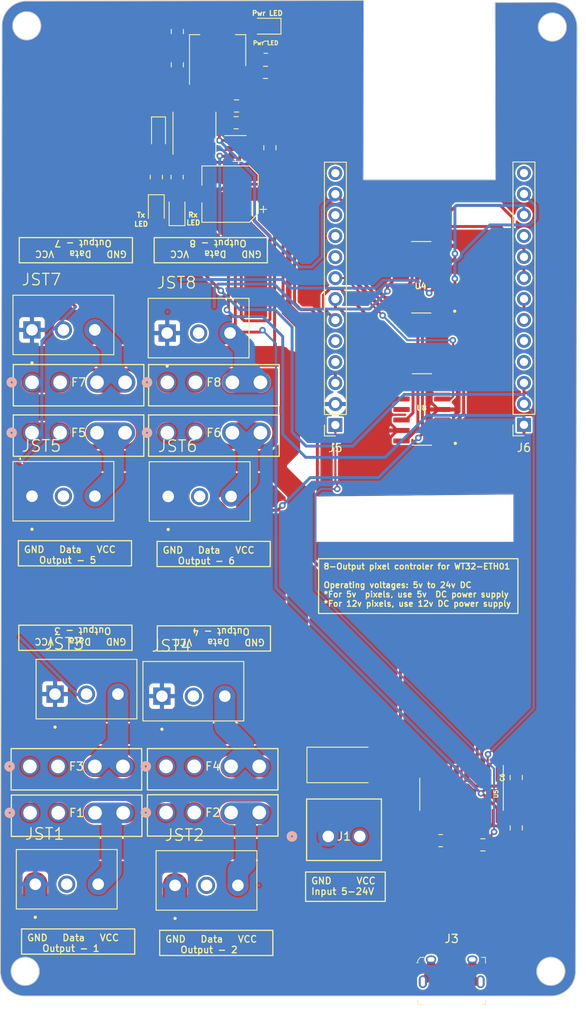
<source format=kicad_pcb>
(kicad_pcb (version 20240108) (generator "pcbnew") (generator_version "8.0")
  (layers (0 "F.Cu" signal) (31 "B.Cu" signal) (34 "B.Paste" user) (35 "F.Paste" user) (36 "B.SilkS" user "B.Silkscreen") (37 "F.SilkS" user "F.Silkscreen") (38 "B.Mask" user) (39 "F.Mask" user) (44 "Edge.Cuts" user))
  (net 0 "")
  (net 1 "RPP")
  (net 2 "GND")
  (net 3 "Net-(U1-SW)")
  (net 4 "Net-(U1-BST)")
  (net 5 "VOUT")
  (net 6 "VIN")
  (net 7 "Net-(D2-K)")
  (net 8 "3V3")
  (net 9 "3.3V")
  (net 10 "Port-1")
  (net 11 "Port-2")
  (net 12 "EN")
  (net 13 "RxOut")
  (net 14 "Net-(D3-A)")
  (net 15 "TxOut")
  (net 16 "Net-(D4-A)")
  (net 17 "Net-(D5-A)")
  (net 18 "DTR")
  (net 19 "IO0")
  (net 27 "Port-8")
  (net 28 "Port-5")
  (net 29 "Output-3")
  (net 30 "Output-4")
  (net 31 "Port-4")
  (net 32 "Port-3")
  (net 33 "Output-1")
  (net 34 "Output-2")
  (net 35 "Port-7")
  (net 36 "Port-6")
  (net 37 "Output-5")
  (net 38 "Output-6")
  (net 39 "Output-7")
  (net 40 "Output-8")
  (net 52 "unconnected-(J3-PadSH)")
  (net 54 "Net-(U5-UD+)")
  (net 55 "Net-(U5-UD-)")
  (net 56 "Net-(F1-Pad3)")
  (net 57 "Net-(F2-Pad3)")
  (net 58 "Net-(F3-Pad3)")
  (net 59 "Net-(F4-Pad3)")
  (net 60 "Net-(F5-Pad3)")
  (net 61 "Net-(F6-Pad3)")
  (net 62 "Net-(F7-Pad3)")
  (net 63 "Net-(F8-Pad3)")
  (footprint "Capacitor_SMD:C_0805_2012Metric_Pad1.18x1.45mm_HandSolder" (layer "F.Cu") (at 136.959597 128.184797 180)
    (property "Reference" "C12" (hide yes))
    (property "Value" "1uF")
  )
  (footprint "3pin:CUI_TBP02R2-381-03BE" (layer "F.Cu") (at 82.314769 65.858)
    (property "Reference" "JST7")
    (property "Value" "Output 7")
  )
  (footprint "3pin:CUI_TBP02R2-381-03BE" (layer "F.Cu") (at 85.108769 109.9375)
    (property "Reference" "JST3")
    (property "Value" "Output 3")
  )
  (footprint "Capacitor_SMD:C_0805_2012Metric_Pad1.18x1.45mm_HandSolder" (layer "F.Cu") (at 141.002097 120.035297 90)
    (property "Reference" "C6")
    (property "Value" "100nF")
  )
  (footprint "3pin:CUI_TBP02R2-381-03BE" (layer "F.Cu") (at 98.697769 66.239)
    (property "Reference" "JST8")
    (property "Value" "Output 8")
  )
  (footprint "Package_TO_SOT_SMD:SOT-223-3_TabPin2" (layer "F.Cu") (at 104.812097 32.035297 90)
    (property "Reference" "U7" (hide yes))
    (property "Value" "AMS1117-3.3")
  )
  (footprint "LED_SMD:LED_0805_2012Metric_Pad1.15x1.40mm_HandSolder" (layer "F.Cu") (at 110.631097 29.103297 180)
    (property "Reference" "D2" (hide yes))
    (property "Value" "Pwr LED")
  )
  (footprint "SN74HC125DR:SOIC127P600X175-14N" (layer "F.Cu") (at 129.572097 75.490397 180)
    (property "Reference" "U8")
    (property "Value" "SN74HC125DR")
  )
  (footprint "3544-fuse:CONN_3544-2_KEY" (layer "F.Cu") (at 82.319218 72.2045)
    (property "Reference" "F7")
    (property "Value" "~")
  )
  (footprint "Capacitor_SMD:C_0805_2012Metric_Pad1.18x1.45mm_HandSolder" (layer "F.Cu") (at 99.928597 33.774797 90)
    (property "Reference" "C5" (hide yes))
    (property "Value" "1uF")
  )
  (footprint "3544-fuse:CONN_3544-2_KEY" (layer "F.Cu") (at 98.575218 124.2745)
    (property "Reference" "F2")
    (property "Value" "~")
  )
  (footprint "Diode_SMD:D_SOD-323_HandSoldering" (layer "F.Cu") (at 97.649597 42.091297 -90)
    (property "Reference" "D5" (hide yes))
    (property "Value" "SS14")
  )
  (footprint "Package_TO_SOT_SMD:TSOT-23-6" (layer "F.Cu") (at 107.470597 43.901297)
    (property "Reference" "U1" (hide yes))
    (property "Value" "AP63205WU")
  )
  (footprint "3pin:CUI_TBP02R2-381-03BE" (layer "F.Cu") (at 98.062769 110.1915)
    (property "Reference" "JST4")
    (property "Value" "Output 4")
  )
  (footprint "3544-fuse:CONN_3544-2_KEY" (layer "F.Cu") (at 82.314769 78.304)
    (property "Reference" "F5")
    (property "Value" "~")
  )
  (footprint "Capacitor_SMD:C_0805_2012Metric_Pad1.18x1.45mm_HandSolder" (layer "F.Cu") (at 141.002097 126.131297 90)
    (property "Reference" "C7" (hide yes))
    (property "Value" "100nF")
  )
  (footprint "3544-fuse:CONN_3544-2_KEY" (layer "F.Cu") (at 98.570769 118.6865)
    (property "Reference" "F4")
    (property "Value" "~")
  )
  (footprint "3pin:CUI_TBP02R2-381-03BE" (layer "F.Cu") (at 98.824769 86.014997)
    (property "Reference" "JST6")
    (property "Value" "Output 6")
  )
  (footprint "Connector_PinSocket_2.54mm:PinSocket_1x13_P2.54mm_Vertical" (layer "F.Cu") (at 119.081743 77.370397 180)
    (property "Reference" "J5")
    (property "Value" "Conn_01x13_Socket")
  )
  (footprint "Diode_SMD:D_SMB_Handsoldering" (layer "F.Cu") (at 120.349597 118.511297)
    (property "Reference" "D1" (hide yes))
    (property "Value" "STR10100BF")
  )
  (footprint "SN74HC125DR:SOIC127P600X175-14N" (layer "F.Cu") (at 129.493597 59.490397 180)
    (property "Reference" "U4")
    (property "Value" "SN74HC125DR")
  )
  (footprint "Resistor_SMD:R_0805_2012Metric_Pad1.20x1.40mm_HandSolder" (layer "F.Cu") (at 131.842097 127.676797)
    (property "Reference" "R6" (hide yes))
    (property "Value" "120")
  )
  (footprint "3pin:CUI_TBP02R2-381-03BE" (layer "F.Cu") (at 82.314769 85.987197)
    (property "Reference" "JST5")
    (property "Value" "Output 5")
  )
  (footprint "Capacitor_SMD:C_0805_2012Metric_Pad1.18x1.45mm_HandSolder" (layer "F.Cu") (at 111.148097 43.813797 90)
    (property "Reference" "C2" (hide yes))
    (property "Value" "100nF")
  )
  (footprint "Package_SO:SOP-16_3.9x9.9mm_P1.27mm" (layer "F.Cu") (at 134.372097 122.061997 -90)
    (property "Reference" "U5")
    (property "Value" "CH340C")
  )
  (footprint "3pin:CUI_TBP02R2-381-03BE" (layer "F.Cu") (at 99.655397 133.088497)
    (property "Reference" "JST2")
    (property "Value" "Output 2")
  )
  (footprint "Resistor_SMD:R_0805_2012Metric_Pad1.20x1.40mm_HandSolder" (layer "F.Cu") (at 110.656097 31.643297)
    (property "Reference" "R1" (hide yes))
    (property "Value" "1K")
  )
  (footprint "Capacitor_SMD:C_0805_2012Metric_Pad1.18x1.45mm_HandSolder" (layer "F.Cu") (at 99.928597 29.753797 -90)
    (property "Reference" "C11" (hide yes))
    (property "Value" "22uF")
  )
  (footprint "Capacitor_SMD:C_0805_2012Metric_Pad1.18x1.45mm_HandSolder" (layer "F.Cu") (at 107.105597 38.755297)
    (property "Reference" "C3" (hide yes))
    (property "Value" "22uF")
  )
  (footprint "Resistor_SMD:R_0805_2012Metric_Pad1.20x1.40mm_HandSolder" (layer "F.Cu") (at 99.903697 47.363997 -90)
    (property "Reference" "R2" (hide yes))
    (property "Value" "1K")
  )
  (footprint "Connector_PinSocket_2.54mm:PinSocket_1x13_P2.54mm_Vertical" (layer "F.Cu") (at 141.93848 77.350186 180)
    (property "Reference" "J6")
    (property "Value" "Conn_01x13_Socket")
  )
  (footprint "digikey-footprints:USB_Micro_B_Female_10118194-0001LF" (layer "F.Cu") (at 133.182388 142.050933)
    (property "Reference" "J3")
    (property "Value" "10118194-0001LF")
  )
  (footprint "Capacitor_SMD:C_0805_2012Metric_Pad1.18x1.45mm_HandSolder" (layer "F.Cu") (at 110.618597 34.691297)
    (property "Reference" "C10" (hide yes))
    (property "Value" "10uF")
  )
  (footprint "Inductor_SMD:L_Taiyo-Yuden_MD-5050" (layer "F.Cu") (at 102.004097 42.049297 90)
    (property "Reference" "L1" (hide yes))
    (property "Value" "4.7uH")
  )
  (footprint "Capacitor_SMD:CP_Elec_6.3x5.4" (layer "F.Cu") (at 106.316097 49.423297 180)
    (property "Reference" "C1" (hide yes))
    (property "Value" "100uF")
  )
  (footprint "3544-fuse:CONN_3544-2_KEY" (layer "F.Cu") (at 82.058767 118.69)
    (property "Reference" "F3")
    (property "Value" "~")
  )
  (footprint "LED_SMD:LED_0805_2012Metric_Pad1.15x1.40mm_HandSolder" (layer "F.Cu") (at 99.893797 51.379497 90)
    (property "Reference" "D3" (hide yes))
    (property "Value" "Tx")
  )
  (footprint "Capacitor_SMD:C_0805_2012Metric_Pad1.18x1.45mm_HandSolder" (layer "F.Cu") (at 107.055297 40.787297)
    (property "Reference" "C4" (hide yes))
    (property "Value" "22uF")
  )
  (footprint "Resistor_SMD:R_0805_2012Metric_Pad1.20x1.40mm_HandSolder" (layer "F.Cu") (at 97.388897 47.363997 -90)
    (property "Reference" "R3" (hide yes))
    (property "Value" "1K")
  )
  (footprint "3pin:CUI_TBP02R2-381-03BE" (layer "F.Cu") (at 82.714997 132.949297)
    (property "Reference" "JST1")
    (property "Value" "Output 1")
  )
  (footprint "3544-fuse:CONN_3544-2_KEY" (layer "F.Cu") (at 98.720768 72.208)
    (property "Reference" "F8")
    (property "Value" "~")
  )
  (footprint "LED_SMD:LED_0805_2012Metric_Pad1.15x1.40mm_HandSolder" (layer "F.Cu") (at 97.378997 51.361497 -90)
    (property "Reference" "D4" (hide yes))
    (property "Value" "Rx" (hide yes))
  )
  (footprint "terminal_block_footprints:CONN_691321300002_WRE" (layer "F.Cu") (at 118.226797 127.161997)
    (property "Reference" "J1")
    (property "Value" "4.5-28V Power Input")
  )
  (footprint "3544-fuse:CONN_3544-2_KEY" (layer "F.Cu") (at 98.720768 78.304)
    (property "Reference" "F6")
    (property "Value" "~")
  )
  (footprint "3544-fuse:CONN_3544-2_KEY" (layer "F.Cu") (at 82.085292 124.308691)
    (property "Reference" "F1")
    (property "Value" "~")
  )
  (gr_line (start 122.480821 47.681312) (end 138.480821 47.681312) (stroke (width 0.1)) (layer "Edge.Cuts"))
  (gr_line (start 81.724801 26.050326) (end 122.530821 25.981312) (stroke (width 0.1)) (layer "Edge.Cuts"))
  (gr_line (start 81.488997 146.491043) (end 145.195441 146.489812) (stroke (width 0.1)) (layer "Edge.Cuts"))
  (gr_arc (start 148.195483 143.491043) (mid 147.316769 145.612) (end 145.195441 146.489812) (stroke (width 0.1)) (layer "Edge.Cuts"))
  (gr_circle (center 81.488997 143.491043) (end 83.188997 143.491043) (stroke (width 0.1)) (fill none) (layer "Edge.Cuts"))
  (gr_arc (start 145.430429 26.205028) (mid 147.528991 27.110437) (end 148.38082 29.231312) (stroke (width 0.1)) (layer "Edge.Cuts"))
  (gr_circle (center 81.679566 29.055312) (end 83.379566 29.055312) (stroke (width 0.1)) (fill none) (layer "Edge.Cuts"))
  (gr_line (start 138.480821 47.681312) (end 138.430821 26.231312) (stroke (width 0.1)) (layer "Edge.Cuts"))
  (gr_circle (center 145.380821 29.204735) (end 147.080821 29.204735) (stroke (width 0.1)) (fill none) (layer "Edge.Cuts"))
  (gr_line (start 138.430821 26.231312) (end 145.430429 26.205028) (stroke (width 0.1)) (layer "Edge.Cuts"))
  (gr_line (start 122.530821 25.981312) (end 122.480821 47.681312) (stroke (width 0.1)) (layer "Edge.Cuts"))
  (gr_arc (start 78.674336 29.031312) (mid 79.579072 26.905847) (end 81.724801 26.050326) (stroke (width 0.1)) (layer "Edge.Cuts"))
  (gr_line (start 148.195483 143.491043) (end 148.38082 29.231312) (stroke (width 0.1)) (layer "Edge.Cuts"))
  (gr_arc (start 81.488997 146.491043) (mid 79.349767 145.594315) (end 78.489428 143.440203) (stroke (width 0.1)) (layer "Edge.Cuts"))
  (gr_circle (center 145.196714 143.491043) (end 146.896714 143.491043) (stroke (width 0.1)) (fill none) (layer "Edge.Cuts"))
  (gr_line (start 78.674336 29.031312) (end 78.489428 143.440203) (stroke (width 0.1)) (layer "Edge.Cuts"))
  (gr_text "Pwr LED" (at 108.90126 27.885645 0) (layer "F.SilkS") (effects (font (size 0.6 0.6)) (justify left bottom)))
  (gr_text "Rx" (at 101.179827 52.286369 0) (layer "F.SilkS") (effects (font (size 0.6 0.6) (thickness 0.15) (bold yes)) (justify left bottom)))
  (gr_text "LED" (at 100.957168 53.239497 0) (layer "F.SilkS") (effects (font (size 0.6 0.6) (thickness 0.15) (bold yes)) (justify left bottom)))
  (gr_text "Tx" (at 94.945362 52.302863 0) (layer "F.SilkS") (effects (font (size 0.6 0.6) (thickness 0.15) (bold yes)) (justify left bottom)))
  (gr_text "LED" (at 94.631989 53.399667 0) (layer "F.SilkS") (effects (font (size 0.6 0.6) (thickness 0.15) (bold yes)) (justify left bottom)))
  (gr_text_box "8-Output pixel controler for WT32-ETH01\n\nOperating voltages: 5v to 24v DC\n*For 5v  pixels, use 5v  DC power supply\n*For 12v pixels, use 12v DC power supply" (start 117.048997 93.551276) (end 141.204397 100.179276) (layer "F.SilkS") (effects (font (size 0.7 0.7)) (justify left top)) (border yes) (stroke (width 0.15)))
  (gr_text_box "GND   Data   VCC\n   Output - 7" (start 94.489323 57.737276) (end 80.773323 54.689276) (angle 1260) (layer "F.SilkS") (effects (font (size 0.8 0.8)) (justify left top)) (border yes) (stroke (width 0.15)))
  (gr_text_box "GND   Data   VCC\n   Output - 4" (start 111.216618 104.727276) (end 97.500618 101.679276) (angle 1620) (layer "F.SilkS") (effects (font (size 0.8 0.8) (thickness 0.15) (bold yes)) (justify left top)) (border yes) (stroke (width 0.15)))
  (gr_text_box "GND   Data   VCC\n   Output - 8" (start 110.838184 57.737276) (end 97.122184 54.689276) (angle 1260) (layer "F.SilkS") (effects (font (size 0.8 0.8) (thickness 0.15) (bold yes)) (justify left top)) (border yes) (stroke (width 0.15)))
  (gr_text_box "GND     VCC\nInput 5-24V" (start 115.476014 131.470853) (end 125.128014 135.026853) (angle 2520) (layer "F.SilkS") (effects (font (size 0.8 0.8)) (justify left top)) (border yes) (stroke (width 0.15)))
  (gr_text_box "GND   Data   VCC\n   Output - 2" (start 97.790163 138.529422) (end 111.506163 141.577422) (angle 2520) (layer "F.SilkS") (effects (font (size 0.8 0.8) (thickness 0.15) (bold yes)) (justify left top)) (border yes) (stroke (width 0.15)))
  (gr_text_box "GND   Data   VCC\n   Output - 3" (start 94.433659 104.643779) (end 80.717659 101.595779) (angle 1620) (layer "F.SilkS") (effects (font (size 0.8 0.8)) (justify left top)) (border yes) (stroke (width 0.15)))
  (gr_text_box "GND   Data   VCC\n   Output - 6" (start 97.472785 91.455925) (end 111.188785 94.503925) (angle 1440) (layer "F.SilkS") (effects (font (size 0.8 0.8) (thickness 0.15) (bold yes)) (justify left top)) (border yes) (stroke (width 0.15)))
  (gr_text_box "GND   Data   VCC\n   Output - 1" (start 81.051648 138.362428) (end 94.767648 141.410428) (angle 5040) (layer "F.SilkS") (effects (font (size 0.8 0.8)) (justify left top)) (border yes) (stroke (width 0.15)))
  (gr_text_box "GND   Data   VCC\n   Output - 5" (start 80.661994 91.372428) (end 94.377994 94.420428) (angle 1080) (layer "F.SilkS") (effects (font (size 0.8 0.8)) (justify left top)) (border yes) (stroke (width 0.15)))
  (segment (start 82.540597 63.064497) (end 82.540497 63.064397) (width 0.35) (layer "F.Cu") (net 0))
  (segment (start 85.464768 118.69) (end 83.838769 117.064001) (width 2.5) (layer "F.Cu") (net 1))
  (segment (start 99.091697 71.820497) (end 98.141997 71.820497) (width 0.35) (layer "F.Cu") (net 1))
  (segment (start 102.126769 78.304) (end 98.720768 78.304) (width 2.5) (layer "F.Cu") (net 1))
  (segment (start 112.464569 69.0584) (end 101.745769 69.0584) (width 2.5) (layer "F.Cu") (net 1))
  (segment (start 85.743769 81.720197) (end 82.758997 81.720197) (width 2.5) (layer "F.Cu") (net 1))
  (segment (start 105.115997 44.851297) (end 105.067897 44.803197) (width 0.35) (layer "F.Cu") (net 1))
  (segment (start 101.981219 128.564647) (end 102.126769 128.710197) (width 2.5) (layer "F.Cu") (net 1))
  (segment (start 85.730966 81.720197) (end 85.743769 81.720197) (width 2.5) (layer "F.Cu") (net 1))
  (segment (start 99.781572 80.649197) (end 102.126769 78.304) (width 2.5) (layer "F.Cu") (net 1))
  (segment (start 82.058767 116.406002) (end 83.724572 114.740197) (width 2.5) (layer "F.Cu") (net 1))
  (segment (start 83.838769 117.064001) (end 83.838769 116.912) (width 2.5) (layer "F.Cu") (net 1))
  (segment (start 99.258997 118.782197) (end 99.258597 118.782597) (width 0.35) (layer "F.Cu") (net 1))
  (segment (start 83.651497 124.321197) (end 83.651597 124.321297) (width 0.35) (layer "F.Cu") (net 1))
  (segment (start 111.716797 67.750197) (end 111.716797 52.023997) (width 0.35) (layer "F.Cu") (net 1))
  (segment (start 100.124564 114.740197) (end 98.316769 114.740197) (width 2.5) (layer "F.Cu") (net 1))
  (segment (start 101.97677 114.890196) (end 102.126769 114.740197) (width 2.5) (layer "F.Cu") (net 1))
  (segment (start 100.683997 118.782197) (end 100.684397 118.782597) (width 0.35) (layer "F.Cu") (net 1))
  (segment (start 85.72077 78.304) (end 85.72077 81.697198) (width 2.5) (layer "F.Cu") (net 1))
  (segment (start 117.048997 114.740197) (end 109.428997 114.740197) (width 2.5) (layer "F.Cu") (net 1))
  (segment (start 98.720768 72.208) (end 102.126769 72.208) (width 2.5) (layer "F.Cu") (net 1))
  (segment (start 101.97677 118.6865) (end 101.97677 116.658) (width 2.5) (layer "F.Cu") (net 1))
  (segment (start 85.243568 69.28015) (end 85.725219 69.28015) (width 2.5) (layer "F.Cu") (net 1))
  (segment (start 82.758997 128.710197) (end 81.776497 127.728197) (width 2.5) (layer "F.Cu") (net 1))
  (segment (start 83.620897 118.727197) (end 81.720897 118.727197) (width 2.5) (layer "F.Cu") (net 1))
  (segment (start 83.651497 124.321197) (end 85.526497 124.321197) (width 2.5) (layer "F.Cu") (net 1))
  (segment (start 97.998997 128.710197) (end 98.330197 128.379197) (width 2.5) (layer "F.Cu") (net 1))
  (segment (start 102.126769 72.208) (end 102.126769 69.4394) (width 2.5) (layer "F.Cu") (net 1))
  (segment (start 82.758997 81.720197) (end 82.204316 81.165516) (width 2.5) (layer "F.Cu") (net 1))
  (segment (start 82.714997 110.015397) (end 82.714897 110.015297) (width 0.35) (layer "F.Cu") (net 1))
  (segment (start 102.126769 126.818) (end 102.126769 128.710197) (width 2.5) (layer "F.Cu") (net 1))
  (segment (start 117.048997 114.740197) (end 114.508997 112.200197) (width 2.5) (layer "F.Cu") (net 1))
  (segment (start 85.72077 78.304) (end 82.314769 78.304) (width 2.5) (layer "F.Cu") (net 1))
  (segment (start 98.330197 124.404797) (end 98.330197 124.405197) (width 0.35) (layer "F.Cu") (net 1))
  (segment (start 85.725219 72.2045) (end 82.319218 72.2045) (width 2.5) (layer "F.Cu") (net 1))
  (segment (start 85.946969 69.0584) (end 83.127569 69.0584) (width 2.5) (layer "F.Cu") (net 1))
  (segment (start 85.72077 81.697198) (end 85.743769 81.720197) (width 2.5) (layer "F.Cu") (net 1))
  (segment (start 102.080197 124.405197) (end 100.343453 126.141941) (width 2.5) (layer "F.Cu") (net 1))
  (segment (start 116.098797 118.511197) (end 117.649597 118.511197) (width 2.5) (layer "F.Cu") (net 1))
  (segment (start 100.683997 118.782197) (end 99.258997 118.782197) (width 2.5) (layer "F.Cu") (net 1))
  (segment (start 100.683997 118.782197) (end 100.683997 115.29963) (width 2.5) (layer "F.Cu") (net 1))
  (segment (start 85.725219 69.28015) (end 85.946969 69.0584) (width 2.5) (layer "F.Cu") (net 1))
  (segment (start 102.126769 72.208) (end 99.30977 69.391001) (width 2.5) (layer "F.Cu") (net 1))
  (segment (start 82.204316 81.165516) (end 82.204316 78.3075) (width 2.5) (layer "F.Cu") (net 1))
  (segment (start 83.651597 124.321297) (end 85.526497 124.321297) (width 0.35) (layer "F.Cu") (net 1))
  (segment (start 82.319218 69.866751) (end 82.319218 72.2045) (width 2.5) (layer "F.Cu") (net 1))
  (segment (start 106.333097 44.851297) (end 105.115997 44.851297) (width 0.35) (layer "F.Cu") (net 1))
  (segment (start 82.314769 78.304) (end 85.730966 81.720197) (width 2.5) (layer "F.Cu") (net 1))
  (segment (start 98.330197 128.379197) (end 98.330197 124.405197) (width 2.5) (layer "F.Cu") (net 1))
  (segment (start 99.258597 118.782597) (end 98.308997 118.782597) (width 0.35) (layer "F.Cu") (net 1))
  (segment (start 83.621097 118.726997) (end 85.520897 118.726997) (width 0.35) (layer "F.Cu") (net 1))
  (segment (start 111.968997 82.990197) (end 111.968997 81.720197) (width 2.5) (layer "F.Cu") (net 1))
  (segment (start 85.520897 118.727197) (end 83.620897 118.727197) (width 2.5) (layer "F.Cu") (net 1))
  (segment (start 106.333097 44.851297) (end 106.333097 43.901297) (width 0.35) (layer "F.Cu") (net 1))
  (segment (start 85.725219 72.2045) (end 85.725219 69.28015) (width 2.5) (layer "F.Cu") (net 1))
  (segment (start 97.998997 128.710197) (end 85.362769 128.710197) (width 2.5) (layer "F.Cu") (net 1))
  (segment (start 102.126769 114.740197) (end 100.124564 114.740197) (width 2.5) (layer "F.Cu") (net 1))
  (segment (start 102.080197 124.404797) (end 102.080197 124.405197) (width 0.35) (layer "F.Cu") (net 1))
  (segment (start 97.998997 128.710197) (end 102.126769 128.710197) (width 2.5) (layer "F.Cu") (net 1))
  (segment (start 83.610298 125.833697) (end 83.610298 126.913752) (width 2.5) (layer "F.Cu") (net 1))
  (segment (start 100.684397 118.782597) (end 102.108997 118.782597) (width 0.35) (layer "F.Cu") (net 1))
  (segment (start 98.330197 124.405197) (end 102.080197 124.405197) (width 2.5) (layer "F.Cu") (net 1))
  (segment (start 82.085292 124.308691) (end 83.610298 125.833697) (width 2.5) (layer "F.Cu") (net 1))
  (segment (start 99.852573 118.782197) (end 101.97677 116.658) (width 2.5) (layer "F.Cu") (net 1))
  (segment (start 116.098897 118.511297) (end 117.649597 118.511297) (width 0.35) (layer "F.Cu") (net 1))
  (segment (start 102.380769 81.720197) (end 99.268997 81.720197) (width 2.5) (layer "F.Cu") (net 1))
  (segment (start 114.508997 112.200197) (end 114.508997 85.530197) (width 2.5) (layer "F.Cu") (net 1))
  (segment (start 102.126769 78.304) (end 102.126769 81.466197) (width 2.5) (layer "F.Cu") (net 1))
  (segment (start 102.126769 69.4394) (end 101.745769 69.0584) (width 2.5) (layer "F.Cu") (net 1))
  (segment (start 101.745769 69.0584) (end 99.053369 69.0584) (width 2.5) (layer "F.Cu") (net 1))
  (segment (start 109.991997 71.820497) (end 109.991997 71.820197) (width 0.35) (layer "F.Cu") (net 1))
  (segment (start 98.720768 72.208) (end 98.720768 69.391001) (width 2.5) (layer "F.Cu") (net 1))
  (segment (start 99.091997 71.820197) (end 99.091697 71.820497) (width 0.35) (layer "F.Cu") (net 1))
  (segment (start 85.464768 118.69) (end 85.464768 114.842196) (width 2.5) (layer "F.Cu") (net 1))
  (segment (start 85.362769 128.710197) (end 82.758997 128.710197) (width 2.5) (layer "F.Cu") (net 1))
  (segment (start 114.548097 118.511197) (end 116.098797 118.511197) (width 2.5) (layer "F.Cu") (net 1))
  (segment (start 83.127569 69.0584) (end 82.319218 69.866751) (width 2.5) (layer "F.Cu") (net 1))
  (segment (start 100.683997 115.29963) (end 100.124564 114.740197) (width 2.5) (layer "F.Cu") (net 1))
  (segment (start 111.968997 81.720197) (end 102.380769 81.720197) (width 2.5) (layer "F.Cu") (net 1))
  (segment (start 113.238997 128.710197) (end 114.508997 127.440197) (width 2.5) (layer "F.Cu") (net 1))
  (segment (start 99.258997 118.782197) (end 98.308997 118.782197) (width 2.5) (layer "F.Cu") (net 1))
  (segment (start 116.098797 118.511197) (end 116.098897 118.511297) (width 0.35) (layer "F.Cu") (net 1))
  (segment (start 99.053369 69.0584) (end 85.946969 69.0584) (width 2.5) (layer "F.Cu") (net 1))
  (segment (start 117.649597 115.341197) (end 117.048997 114.740197) (width 2.5) (layer "F.Cu") (net 1))
  (segment (start 81.776497 124.321297) (end 81.776497 124.321197) (width 2.5) (layer "F.Cu") (net 1))
  (segment (start 101.981219 124.2745) (end 101.981219 128.564647) (width 2.5) (layer "F.Cu") (net 1))
  (segment (start 98.720768 69.391001) (end 99.053369 69.0584) (width 2.5) (layer "F.Cu") (net 1))
  (segment (start 111.716797 52.023997) (end 109.116097 49.423297) (width 0.35) (layer "F.Cu") (net 1))
  (segment (start 82.058767 118.69) (end 82.058767 116.406002) (width 2.5) (layer "F.Cu") (net 1))
  (segment (start 81.776497 127.728197) (end 81.776497 124.321297) (width 2.5) (layer "F.Cu") (net 1))
  (segment (start 98.720768 78.304) (end 98.720768 80.126126) (width 2.5) (layer "F.Cu") (net 1))
  (segment (start 114.508997 85.530197) (end 111.968997 82.990197) (width 2.5) (layer "F.Cu") (net 1))
  (segment (start 114.508997 118.550197) (end 114.548097 118.511197) (width 2.5) (layer "F.Cu") (net 1))
  (segment (start 111.968997 81.720197) (end 113.556769 80.132425) (width 2.5) (layer "F.Cu") (net 1))
  (segment (start 101.97677 116.658) (end 101.97677 114.890196) (width 2.5) (layer "F.Cu") (net 1))
  (segment (start 102.108997 118.782197) (end 100.683997 118.782197) (width 2.5) (layer "F.Cu") (net 1))
  (segment (start 99.258997 118.782197) (end 99.852573 118.782197) (width 2.5) (layer "F.Cu") (net 1))
  (segment (start 98.570769 114.994197) (end 98.316769 114.740197) (width 2.5) (layer "F.Cu") (net 1))
  (segment (start 85.362769 114.740197) (end 98.316769 114.740197) (width 2.5) (layer "F.Cu") (net 1))
  (segment (start 81.720897 118.727197) (end 81.720897 118.726997) (width 2.5) (layer "F.Cu") (net 1))
  (segment (start 99.30977 69.391001) (end 98.720768 69.391001) (width 2.5) (layer "F.Cu") (net 1))
  (segment (start 82.319218 72.2045) (end 85.243568 69.28015) (width 2.5) (layer "F.Cu") (net 1))
  (segment (start 102.126769 128.710197) (end 113.238997 128.710197) (width 2.5) (layer "F.Cu") (net 1))
  (segment (start 102.126769 81.466197) (end 102.380769 81.720197) (width 2.5) (layer "F.Cu") (net 1))
  (segment (start 113.556769 80.132425) (end 113.556769 69.590169) (width 2.5) (layer "F.Cu") (net 1))
  (segment (start 85.464768 114.842196) (end 85.362769 114.740197) (width 2.5) (layer "F.Cu") (net 1))
  (segment (start 99.268997 81.720197) (end 85.743769 81.720197) (width 2.5) (layer "F.Cu") (net 1))
  (segment (start 85.491293 124.308691) (end 85.491293 128.581673) (width 2.5) (layer "F.Cu") (net 1))
  (segment (start 117.649597 118.511197) (end 117.649597 115.341197) (width 2.5) (layer "F.Cu") (net 1))
  (segment (start 100.343453 126.141941) (end 100.343453 127.048324) (width 2.5) (layer "F.Cu") (net 1))
  (segment (start 114.508997 127.440197) (end 114.508997 118.550197) (width 2.5) (layer "F.Cu") (net 1))
  (segment (start 81.776497 124.321197) (end 83.651497 124.321197) (width 2.5) (layer "F.Cu") (net 1))
  (segment (start 83.620897 118.727197) (end 83.621097 118.726997) (width 0.35) (layer "F.Cu") (net 1))
  (segment (start 83.724572 114.740197) (end 85.362769 114.740197) (width 2.5) (layer "F.Cu") (net 1))
  (segment (start 109.428997 114.740197) (end 102.126769 114.740197) (width 2.5) (layer "F.Cu") (net 1))
  (segment (start 98.570769 118.6865) (end 98.570769 114.994197) (width 2.5) (layer "F.Cu") (net 1))
  (segment (start 85.491293 128.581673) (end 85.362769 128.710197) (width 2.5) (layer "F.Cu") (net 1))
  (via (at 105.067897 44.803197) (size 0.8) (drill 0.4) (layers "F.Cu" "B.Cu") (net 1))
  (segment (start 105.067897 54.196197) (end 105.067897 44.803197) (width 0.35) (layer "B.Cu") (net 1))
  (segment (start 98.308997 118.782197) (end 98.308997 118.782597) (width 0.35) (layer "B.Cu") (net 1))
  (segment (start 98.141997 71.820497) (end 98.141997 71.820197) (width 0.35) (layer "B.Cu") (net 1))
  (segment (start 129.007897 58.116497) (end 129.007897 60.538497) (width 0.35) (layer "F.Cu") (net 2))
  (segment (start 119.079597 74.841497) (end 120.454897 74.841497) (width 0.35) (layer "F.Cu") (net 2))
  (segment (start 92.700597 35.728172) (end 98.783034 29.645735) (width 0.25) (layer "F.Cu") (net 2))
  (segment (start 99.655397 133.088497) (end 97.980097 133.088497) (width 0.35) (layer "F.Cu") (net 2))
  (segment (start 131.968597 55.680397) (end 131.443997 55.680397) (width 0.35) (layer "F.Cu") (net 2))
  (segment (start 134.351097 61.472997) (end 134.351097 59.240097) (width 0.35) (layer "F.Cu") (net 2))
  (segment (start 118.226797 127.161997) (end 116.876497 127.161997) (width 0.35) (layer "F.Cu") (net 2))
  (segment (start 120.454897 74.841497) (end 125.736397 74.841497) (width 0.35) (layer "F.Cu") (net 2))
  (segment (start 130.686397 78.553297) (end 130.686397 76.347197) (width 0.35) (layer "F.Cu") (net 2))
  (segment (start 126.473497 58.220397) (end 127.018597 58.220397) (width 0.35) (layer "F.Cu") (net 2))
  (segment (start 126.586697 78.030397) (end 125.736397 78.880697) (width 0.35) (layer "F.Cu") (net 2))
  (segment (start 99.655397 133.088497) (end 99.655397 135.450628) (width 3) (layer "F.Cu") (net 2))
  (segment (start 82.492397 85.987197) (end 84.167697 85.987197) (width 0.35) (layer "F.Cu") (net 2))
  (segment (start 142.109797 123.986097) (end 141.002097 125.093797) (width 0.35) (layer "F.Cu") (net 2))
  (segment (start 99.400297 27.500697) (end 98.649597 28.251397) (width 0.35) (layer "F.Cu") (net 2))
  (segment (start 99.303197 86.014997) (end 99.303197 87.690297) (width 0.35) (layer "F.Cu") (net 2))
  (segment (start 132.523697 63.300397) (end 134.351097 61.472997) (width 0.35) (layer "F.Cu") (net 2))
  (segment (start 133.763597 55.680397) (end 131.968597 55.680397) (width 0.35) (layer "F.Cu") (net 2))
  (segment (start 102.512097 35.185297) (end 102.512097 33.809997) (width 0.35) (layer "F.Cu") (net 2))
  (segment (start 92.700597 60.112) (end 92.700597 50.007697) (width 0.35) (layer "F.Cu") (net 2))
  (segment (start 134.515697 141.498397) (end 134.515697 141.743997) (width 0.35) (layer "F.Cu") (net 2))
  (segment (start 134.378097 56.294897) (end 133.763597 55.680397) (width 0.35) (layer "F.Cu") (net 2))
  (segment (start 142.103497 126.195197) (end 141.002097 125.093797) (width 0.35) (layer "F.Cu") (net 2))
  (segment (start 99.928597 30.791297) (end 99.928597 32.737297) (width 0.35) (layer "F.Cu") (net 2))
  (segment (start 130.686397 72.518997) (end 130.686397 74.633597) (width 0.35) (layer "F.Cu") (net 2))
  (segment (start 101.439397 32.737297) (end 99.928597 32.737297) (width 0.35) (layer "F.Cu") (net 2))
  (segment (start 108.143097 38.755297) (end 108.143097 40.736997) (width 0.35) (layer "F.Cu") (net 2))
  (segment (start 92.700597 50.007697) (end 92.596897 49.903997) (width 0.35) (layer "F.Cu") (net 2))
  (segment (start 107.676397 28.264797) (end 106.912297 27.500697) (width 0.35) (layer "F.Cu") (net 2))
  (segment (start 82.714997 132.949297) (end 82.714997 135.510228) (width 3) (layer "F.Cu") (net 2))
  (segment (start 126.041097 80.011197) (end 129.228497 80.011197) (width 0.35) (layer "F.Cu") (net 2))
  (segment (start 108.608097 45.539897) (end 108.608097 44.851297) (width 0.35) (layer "F.Cu") (net 2))
  (segment (start 142.109797 120.105497) (end 142.109797 123.986097) (width 0.35) (layer "F.Cu") (net 2))
  (segment (start 98.783034 29.645735) (end 99.928597 30.791297) (width 0.35) (layer "F.Cu") (net 2))
  (segment (start 129.007897 60.538497) (end 127.515997 62.030397) (width 0.35) (layer "F.Cu") (net 2))
  (segment (start 134.351097 59.240097) (end 133.992497 58.881497) (width 0.35) (layer "F.Cu") (net 2))
  (segment (start 131.968597 71.601897) (end 131.968597 63.300397) (width 0.35) (layer "F.Cu") (net 2))
  (segment (start 112.257297 42.168897) (end 110.825397 40.736997) (width 0.35) (layer "F.Cu") (net 2))
  (segment (start 116.876497 127.161997) (end 116.876497 127.415197) (width 0.35) (layer "F.Cu") (net 2))
  (segment (start 131.968597 63.300397) (end 132.523697 63.300397) (width 0.35) (layer "F.Cu") (net 2))
  (segment (start 108.893597 45.825397) (end 111.896097 45.825397) (width 0.35) (layer "F.Cu") (net 2))
  (segment (start 125.736397 74.841497) (end 125.736397 77.180097) (width 0.35) (layer "F.Cu") (net 2))
  (segment (start 112.257297 45.464197) (end 112.257297 42.168897) (width 0.35) (layer "F.Cu") (net 2))
  (segment (start 109.656097 31.643297) (end 109.656097 32.691297) (width 0.35) (layer "F.Cu") (net 2))
  (segment (start 131.603497 71.601897) (end 130.686397 72.518997) (width 0.35) (layer "F.Cu") (net 2))
  (segment (start 104.120397 50.027597) (end 103.516097 49.423297) (width 0.35) (layer "F.Cu") (net 2))
  (segment (start 99.303197 86.014997) (end 99.303197 89.098428) (width 3) (layer "F.Cu") (net 2))
  (segment (start 106.912297 27.500697) (end 99.400297 27.500697) (width 0.35) (layer "F.Cu") (net 2))
  (segment (start 109.656097 32.691297) (end 111.656097 34.691297) (width 0.35) (layer "F.Cu") (net 2))
  (segment (start 142.103497 127.767897) (end 142.103497 126.195197) (width 0.35) (layer "F.Cu") (net 2))
  (segment (start 133.992497 58.881497) (end 133.214597 58.881497) (width 0.35) (layer "F.Cu") (net 2))
  (segment (start 125.736397 79.706497) (end 126.041097 80.011197) (width 0.35) (layer "F.Cu") (net 2))
  (segment (start 131.968597 71.601897) (end 131.603497 71.601897) (width 0.35) (layer "F.Cu") (net 2))
  (segment (start 126.357497 74.220397) (end 127.097097 74.220397) (width 0.35) (layer "F.Cu") (net 2))
  (segment (start 82.492397 87.287628) (end 83.316769 88.112) (width 3) (layer "F.Cu") (net 2))
  (segment (start 132.047097 79.300397) (end 131.433497 79.300397) (width 0.35) (layer "F.Cu") (net 2))
  (segment (start 108.143097 40.736997) (end 108.092797 40.787297) (width 0.35) (layer "F.Cu") (net 2))
  (segment (start 125.736397 74.841497) (end 126.357497 74.220397) (width 0.35) (layer "F.Cu") (net 2))
  (segment (start 82.492397 85.987197) (end 82.492397 87.287628) (width 3) (layer "F.Cu") (net 2))
  (segment (start 131.433497 79.300397) (end 130.686397 78.553297) (width 0.35) (layer "F.Cu") (net 2))
  (segment (start 131.443997 55.680397) (end 129.007897 58.116497) (width 0.35) (layer "F.Cu") (net 2))
  (segment (start 99.655397 133.088497) (end 101.330697 133.088497) (width 0.35) (layer "F.Cu") (net 2))
  (segment (start 99.303197 89.098428) (end 99.316769 89.112) (width 3) (layer "F.Cu") (net 2))
  (segment (start 140.553797 129.317597) (end 142.103497 127.767897) (width 0.35) (layer "F.Cu") (net 2))
  (segment (start 129.228497 80.011197) (end 130.686397 78.553297) (width 0.35) (layer "F.Cu") (net 2))
  (segment (start 111.896097 45.825397) (end 112.257297 45.464197) (width 0.35) (layer "F.Cu") (net 2))
  (segment (start 132.047097 71.680397) (end 131.968597 71.601897) (width 0.35) (layer "F.Cu") (net 2))
  (segment (start 124.605397 60.088497) (end 126.473497 58.220397) (width 0.35) (layer "F.Cu") (net 2))
  (segment (start 102.512097 33.809997) (end 101.439397 32.737297) (width 0.35) (layer "F.Cu") (net 2))
  (segment (start 98.649597 28.251397) (end 98.649597 29.512297) (width 0.35) (layer "F.Cu") (net 2))
  (segment (start 135.922097 128.184797) (end 137.054897 129.317597) (width 0.35) (layer "F.Cu") (net 2))
  (segment (start 132.605697 59.490397) (end 131.968597 59.490397) (width 0.35) (layer "F.Cu") (net 2))
  (segment (start 133.992497 58.881497) (end 134.378097 58.495897) (width 0.35) (layer "F.Cu") (net 2))
  (segment (start 110.825397 40.736997) (end 108.143097 40.736997) (width 0.35) (layer "F.Cu") (net 2))
  (segment (start 130.686397 74.633597) (end 131.543197 75.490397) (width 0.35) (layer "F.Cu") (net 2))
  (segment (start 125.736397 78.880697) (end 125.736397 79.706497) (width 0.35) (layer "F.Cu") (net 2))
  (segment (start 98.649597 29.512297) (end 98.783034 29.645735) (width 0.35) (layer "F.Cu") (net 2))
  (segment (start 92.700597 63.064497) (end 92.700597 60.112) (width 3) (layer "F.Cu") (net 2))
  (segment (start 137.054897 129.317597) (end 140.553797 129.317597) (width 0.35) (layer "F.Cu") (net 2))
  (segment (start 109.656097 31.643297) (end 107.676397 29.663597) (width 0.35) (layer "F.Cu") (net 2))
  (segment (start 141.002097 118.997797) (end 142.109797 120.105497) (width 0.35) (layer "F.Cu") (net 2))
  (segment (start 107.676397 29.663597) (end 107.676397 28.264797) (width 0.35) (layer "F.Cu") (net 2))
  (segment (start 109.490997 63.081097) (end 109.490997 55.398197) (width 2.5) (layer "F.Cu") (net 2))
  (segment (start 111.656097 35.242297) (end 111.656097 34.691297) (width 0.35) (layer "F.Cu") (net 2))
  (segment (start 108.608097 45.539897) (end 108.893597 45.825397) (width 0.35) (layer "F.Cu") (net 2))
  (segment (start 109.490997 55.398197) (end 104.120397 50.027597) (width 0.35) (layer "F.Cu") (net 2))
  (segment (start 109.490997 55.398197) (end 103.516097 49.423297) (width 2.5) (layer "F.Cu") (net 2))
  (segment (start 125.151297 62.030397) (end 124.605397 61.484497) (width 0.35) (layer "F.Cu") (net 2))
  (segment (start 138.817097 119.561997) (end 139.381297 118.997797) (width 0.35) (layer "F.Cu") (net 2))
  (segment (start 118.226797 127.161997) (end 118.226797 129.522028) (width 3) (layer "F.Cu") (net 2))
  (segment (start 108.143097 38.755297) (end 111.656097 35.242297) (width 0.35) (layer "F.Cu") (net 2))
  (segment (start 134.515697 142.136097) (end 134.515697 141.743997) (width 0.35) (layer "F.Cu") (net 2))
  (segment (start 127.515997 62.030397) (end 127.018597 62.030397) (width 0.35) (layer "F.Cu") (net 2))
  (segment (start 130.686397 76.347197) (end 131.543197 75.490397) (width 0.35) (layer "F.Cu") (net 2))
  (segment (start 82.714997 132.949297) (end 84.390297 132.949297) (width 0.35) (layer "F.Cu") (net 2))
  (segment (start 124.605397 61.484497) (end 124.605397 60.088497) (width 0.35) (layer "F.Cu") (net 2))
  (segment (start 131.543197 75.490397) (end 132.047097 75.490397) (width 0.35) (layer "F.Cu") (net 2))
  (segment (start 133.214597 58.881497) (end 132.605697 59.490397) (width 0.35) (layer "F.Cu") (net 2))
  (segment (start 126.586697 78.030397) (end 127.097097 78.030397) (width 0.35) (layer "F.Cu") (net 2))
  (segment (start 104.120397 50.027597) (end 108.608097 45.539897) (width 0.35) (layer "F.Cu") (net 2))
  (segment (start 139.381297 118.997797) (end 141.002097 118.997797) (width 0.35) (layer "F.Cu") (net 2))
  (segment (start 125.736397 77.180097) (end 126.586697 78.030397) (width 0.35) (layer "F.Cu") (net 2))
  (segment (start 127.018597 62.030397) (end 125.151297 62.030397) (width 0.35) (layer "F.Cu") (net 2))
  (segment (start 134.378097 58.495897) (end 134.378097 56.294897) (width 0.35) (layer "F.Cu") (net 2))
  (segment (start 92.700597 50.007697) (end 92.700597 35.728172) (width 0.25) (layer "F.Cu") (net 2))
  (segment (start 99.655397 135.950628) (end 99.816769 136.112) (width 2.5) (layer "B.Cu") (net 2))
  (segment (start 82.492397 85.987197) (end 82.492397 84.311897) (width 0.35) (layer "B.Cu") (net 2))
  (segment (start 99.655397 133.088497) (end 99.655397 135.950628) (width 2.5) (layer "B.Cu") (net 2))
  (segment (start 82.714997 132.949297) (end 82.714997 136.510228) (width 2.5) (layer "B.Cu") (net 2))
  (segment (start 82.314769 85.987197) (end 82.314769 86.178) (width 4) (layer "B.Cu") (net 2))
  (segment (start 98.824769 86.014997) (end 98.824769 86.178) (width 4) (layer "B.Cu") (net 2))
  (segment (start 118.226797 123.112) (end 118.226797 127.161997) (width 2.5) (layer "B.Cu") (net 2))
  (segment (start 108.608097 43.901297) (end 110.198097 43.901297) (width 0.35) (layer "F.Cu") (net 3))
  (segment (start 107.506997 45.119697) (end 107.506997 44.485497) (width 0.35) (layer "F.Cu") (net 3))
  (segment (start 107.046897 45.579797) (end 107.506997 45.119697) (width 0.35) (layer "F.Cu") (net 3))
  (segment (start 102.609297 45.579797) (end 107.046897 45.579797) (width 0.35) (layer "F.Cu") (net 3))
  (segment (start 110.198097 43.901297) (end 111.148097 44.851297) (width 0.35) (layer "F.Cu") (net 3))
  (segment (start 102.004097 43.849297) (end 102.004097 44.974597) (width 0.35) (layer "F.Cu") (net 3))
  (segment (start 102.004097 44.974597) (end 102.609297 45.579797) (width 0.35) (layer "F.Cu") (net 3))
  (segment (start 108.091197 43.901297) (end 108.608097 43.901297) (width 0.35) (layer "F.Cu") (net 3))
  (segment (start 107.506997 44.485497) (end 108.091197 43.901297) (width 0.35) (layer "F.Cu") (net 3))
  (segment (start 108.783097 42.776297) (end 111.148097 42.776297) (width 0.35) (layer "F.Cu") (net 4))
  (segment (start 108.608097 42.951297) (end 108.783097 42.776297) (width 0.35) (layer "F.Cu") (net 4))
  (segment (start 120.482797 50.844697) (end 120.482797 58.166397) (width 0.35) (layer "F.Cu") (net 5))
  (segment (start 105.017397 40.787297) (end 105.019397 40.787297) (width 0.35) (layer "F.Cu") (net 5))
  (segment (start 98.936797 40.841297) (end 97.649597 40.841297) (width 0.35) (layer "F.Cu") (net 5))
  (segment (start 104.479397 40.249297) (end 105.017397 40.787297) (width 0.35) (layer "F.Cu") (net 5))
  (segment (start 102.004097 40.249297) (end 100.595397 40.249297) (width 0.35) (layer "F.Cu") (net 5))
  (segment (start 100.595397 40.249297) (end 99.528797 40.249297) (width 0.35) (layer "F.Cu") (net 5))
  (segment (start 127.590797 79.300397) (end 127.097097 79.300397) (width 0.35) (layer "F.Cu") (net 5))
  (segment (start 105.019397 42.929397) (end 106.311197 42.929397) (width 0.35) (layer "F.Cu") (net 5))
  (segment (start 119.079597 49.441497) (end 120.482797 50.844697) (width 0.35) (layer "F.Cu") (net 5))
  (segment (start 107.112097 35.185297) (end 109.087097 35.185297) (width 0.35) (layer "F.Cu") (net 5))
  (segment (start 102.004097 40.249297) (end 104.479397 40.249297) (width 0.35) (layer "F.Cu") (net 5))
  (segment (start 105.019397 40.787297) (end 106.017797 40.787297) (width 0.35) (layer "F.Cu") (net 5))
  (segment (start 105.019397 40.787297) (end 105.019397 42.929397) (width 0.35) (layer "F.Cu") (net 5))
  (segment (start 106.017797 40.787297) (end 106.068097 40.736997) (width 0.35) (layer "F.Cu") (net 5))
  (segment (start 129.081397 65.363197) (end 129.081397 77.809797) (width 0.35) (layer "F.Cu") (net 5))
  (segment (start 107.112097 35.185297) (end 107.112097 36.560597) (width 0.35) (layer "F.Cu") (net 5))
  (segment (start 106.068097 40.736997) (end 106.068097 38.755297) (width 0.35) (layer "F.Cu") (net 5))
  (segment (start 125.616797 63.300397) (end 127.018597 63.300397) (width 0.35) (layer "F.Cu") (net 5))
  (segment (start 100.595397 35.479097) (end 99.928597 34.812297) (width 0.35) (layer "F.Cu") (net 5))
  (segment (start 99.528797 40.249297) (end 98.936797 40.841297) (width 0.35) (layer "F.Cu") (net 5))
  (segment (start 106.068097 37.604597) (end 107.112097 36.560597) (width 0.35) (layer "F.Cu") (net 5))
  (segment (start 120.482797 58.166397) (end 125.616797 63.300397) (width 0.35) (layer "F.Cu") (net 5))
  (segment (start 100.595397 40.249297) (end 100.595397 35.479097) (width 0.35) (layer "F.Cu") (net 5))
  (segment (start 129.081397 77.809797) (end 127.590797 79.300397) (width 0.35) (layer "F.Cu") (net 5))
  (segment (start 109.087097 35.185297) (end 109.581097 34.691297) (width 0.35) (layer "F.Cu") (net 5))
  (segment (start 106.068097 38.755297) (end 106.068097 37.604597) (width 0.35) (layer "F.Cu") (net 5))
  (segment (start 127.018597 63.300397) (end 129.081397 65.363197) (width 0.35) (layer "F.Cu") (net 5))
  (segment (start 106.311197 42.929397) (end 106.333097 42.951297) (width 0.35) (layer "F.Cu") (net 5))
  (via (at 105.019397 42.929397) (size 0.8) (drill 0.4) (layers "F.Cu" "B.Cu") (net 5))
  (segment (start 116.232897 58.247297) (end 114.788297 58.247297) (width 0.35) (layer "B.Cu") (net 5))
  (segment (start 119.079597 49.441497) (end 119.079597 50.161397) (width 0.35) (layer "B.Cu") (net 5))
  (segment (start 114.788297 58.247297) (end 109.294897 52.753897) (width 0.35) (layer "B.Cu") (net 5))
  (segment (start 117.496197 56.983997) (end 116.232897 58.247297) (width 0.35) (layer "B.Cu") (net 5))
  (segment (start 117.496197 50.954997) (end 117.496197 56.983997) (width 0.35) (layer "B.Cu") (net 5))
  (segment (start 119.079597 50.161397) (end 118.289797 50.161397) (width 0.35) (layer "B.Cu") (net 5))
  (segment (start 109.294897 52.753897) (end 109.294897 47.204897) (width 0.35) (layer "B.Cu") (net 5))
  (segment (start 109.294897 47.204897) (end 105.019397 42.929397) (width 0.35) (layer "B.Cu") (net 5))
  (segment (start 118.289797 50.161397) (end 117.496197 50.954997) (width 0.35) (layer "B.Cu") (net 5))
  (segment (start 123.049597 118.511297) (end 123.049597 126.149197) (width 2.5) (layer "F.Cu") (net 6))
  (segment (start 123.049597 126.149197) (end 122.036797 127.161997) (width 2.5) (layer "F.Cu") (net 6))
  (segment (start 111.656097 31.643297) (end 111.656097 29.103297) (width 0.35) (layer "F.Cu") (net 7))
  (segment (start 111.220397 32.896197) (end 110.656097 32.331897) (width 0.35) (layer "F.Cu") (net 8))
  (segment (start 116.177397 63.411497) (end 114.909197 63.411497) (width 0.35) (layer "F.Cu") (net 8))
  (segment (start 117.704197 64.938297) (end 116.177397 63.411497) (width 0.35) (layer "F.Cu") (net 8))
  (segment (start 110.656097 30.153297) (end 109.606097 29.103297) (width 0.35) (layer "F.Cu") (net 8))
  (segment (start 118.565397 71.126197) (end 117.704197 70.264997) (width 0.35) (layer "F.Cu") (net 8))
  (segment (start 117.704197 70.264997) (end 117.704197 64.938297) (width 0.35) (layer "F.Cu") (net 8))
  (segment (start 110.656097 32.331897) (end 110.656097 30.153297) (width 0.35) (layer "F.Cu") (net 8))
  (segment (start 111.559197 32.896197) (end 111.220397 32.896197) (width 0.35) (layer "F.Cu") (net 8))
  (segment (start 114.909197 63.411497) (end 114.137397 62.639697) (width 0.35) (layer "F.Cu") (net 8))
  (segment (start 119.079597 72.301497) (end 119.079597 71.126197) (width 0.35) (layer "F.Cu") (net 8))
  (segment (start 119.079597 71.126197) (end 118.565397 71.126197) (width 0.35) (layer "F.Cu") (net 8))
  (segment (start 114.137397 62.639697) (end 114.137397 35.474397) (width 0.35) (layer "F.Cu") (net 8))
  (segment (start 114.137397 35.474397) (end 111.559197 32.896197) (width 0.35) (layer "F.Cu") (net 8))
  (segment (start 100.732497 33.833797) (end 101.145797 34.247097) (width 0.35) (layer "F.Cu") (net 9))
  (segment (start 103.674397 28.885297) (end 100.097597 28.885297) (width 0.35) (layer "F.Cu") (net 9))
  (segment (start 138.817097 123.880197) (end 136.892297 121.955397) (width 0.35) (layer "F.Cu") (net 9))
  (segment (start 136.892297 121.955397) (end 136.730697 121.955397) (width 0.35) (layer "F.Cu") (net 9))
  (segment (start 138.817097 124.561997) (end 138.817097 124.983797) (width 0.35) (layer "F.Cu") (net 9))
  (segment (start 110.254769 65.900197) (end 110.029769 66.125197) (width 0.35) (layer "F.Cu") (net 9))
  (segment (start 137.613297 121.072797) (end 136.730697 121.955397) (width 0.35) (layer "F.Cu") (net 9))
  (segment (start 98.817397 49.792497) (end 97.604197 48.579297) (width 0.35) (layer "F.Cu") (net 9))
  (segment (start 100.546597 51.379497) (end 99.200397 51.379497) (width 0.35) (layer "F.Cu") (net 9))
  (segment (start 101.145797 34.247097) (end 101.145797 36.145197) (width 0.35) (layer "F.Cu") (net 9))
  (segment (start 135.007097 120.035897) (end 136.043997 121.072797) (width 0.35) (layer "F.Cu") (net 9))
  (segment (start 97.604197 48.579297) (end 99.514897 46.668597) (width 0.35) (layer "F.Cu") (net 9))
  (segment (start 104.243197 28.885297) (end 104.243197 35.185297) (width 0.35) (layer "F.Cu") (net 9))
  (segment (start 136.043997 121.072797) (end 141.002097 121.072797) (width 0.35) (layer "F.Cu") (net 9))
  (segment (start 104.243197 35.762597) (end 104.243197 35.185297) (width 0.35) (layer "F.Cu") (net 9))
  (segment (start 97.604197 48.579297) (end 97.388897 48.363997) (width 0.35) (layer "F.Cu") (net 9))
  (segment (start 106.955097 65.657597) (end 106.955097 57.787997) (width 0.35) (layer "F.Cu") (net 9))
  (segment (start 103.445097 36.560697) (end 104.243197 35.762597) (width 0.35) (layer "F.Cu") (net 9))
  (segment (start 110.029769 66.125197) (end 107.422697 66.125197) (width 0.35) (layer "F.Cu") (net 9))
  (segment (start 104.812097 35.185297) (end 104.243197 35.185297) (width 0.35) (layer "F.Cu") (net 9))
  (segment (start 96.750697 36.280497) (end 99.197397 33.833797) (width 0.35) (layer "F.Cu") (net 9))
  (segment (start 104.812097 28.885297) (end 104.243197 28.885297) (width 0.35) (layer "F.Cu") (net 9))
  (segment (start 101.145797 36.145197) (end 101.561297 36.560697) (width 0.35) (layer "F.Cu") (net 9))
  (segment (start 138.817097 124.561997) (end 138.817097 123.880197) (width 0.35) (layer "F.Cu") (net 9))
  (segment (start 99.197397 33.833797) (end 100.732497 33.833797) (width 0.35) (layer "F.Cu") (net 9))
  (segment (start 101.561297 36.560697) (end 103.445097 36.560697) (width 0.35) (layer "F.Cu") (net 9))
  (segment (start 138.817097 124.983797) (end 141.002097 127.168797) (width 0.35) (layer "F.Cu") (net 9))
  (segment (start 104.243197 28.885297) (end 103.674397 28.885297) (width 0.35) (layer "F.Cu") (net 9))
  (segment (start 96.750697 43.904397) (end 96.750697 36.280497) (width 0.35) (layer "F.Cu") (net 9))
  (segment (start 99.903697 46.363997) (end 99.599097 46.668597) (width 0.35) (layer "F.Cu") (net 9))
  (segment (start 100.097597 28.885297) (end 99.928597 28.716297) (width 0.35) (layer "F.Cu") (net 9))
  (segment (start 107.422697 66.125197) (end 106.955097 65.657597) (width 0.35) (layer "F.Cu") (net 9))
  (segment (start 99.200397 51.379497) (end 98.817397 50.996497) (width 0.35) (layer "F.Cu") (net 9))
  (segment (start 98.817397 50.996497) (end 98.817397 49.792497) (width 0.35) (layer "F.Cu") (net 9))
  (segment (start 99.514897 46.668597) (end 96.750697 43.904397) (width 0.35) (layer "F.Cu") (net 9))
  (segment (start 106.955097 57.787997) (end 100.546597 51.379497) (width 0.35) (layer "F.Cu") (net 9))
  (segment (start 135.007097 119.561997) (end 135.007097 120.035897) (width 0.35) (layer "F.Cu") (net 9))
  (segment (start 141.002097 121.072797) (end 137.613297 121.072797) (width 0.35) (layer "F.Cu") (net 9))
  (segment (start 99.599097 46.668597) (end 99.514897 46.668597) (width 0.35) (layer "F.Cu") (net 9))
  (via (at 136.730697 121.955397) (size 0.8) (drill 0.4) (layers "F.Cu" "B.Cu") (net 9))
  (via (at 110.254769 65.900197) (size 0.8) (drill 0.4) (layers "F.Cu" "B.Cu") (net 9))
  (segment (start 111.879297 67.524725) (end 111.879297 76.145) (width 0.25) (layer "B.Cu") (net 9))
  (segment (start 111.879297 76.145) (end 111.879297 97.103997) (width 0.35) (layer "B.Cu") (net 9))
  (segment (start 111.879297 76.138297) (end 111.879297 76.145) (width 0.35) (layer "B.Cu") (net 9))
  (segment (start 110.254769 65.900197) (end 111.879297 67.524725) (width 0.25) (layer "B.Cu") (net 9))
  (segment (start 111.879297 97.103997) (end 136.730697 121.955397) (width 0.35) (layer "B.Cu") (net 9))
  (segment (start 132.491997 62.030397) (end 131.968597 62.030397) (width 0.35) (layer "F.Cu") (net 10))
  (segment (start 133.563397 59.663697) (end 133.563397 60.958997) (width 0.35) (layer "F.Cu") (net 10))
  (segment (start 133.563397 60.958997) (end 132.491997 62.030397) (width 0.35) (layer "F.Cu") (net 10))
  (via (at 133.563397 59.663697) (size 0.8) (drill 0.4) (layers "F.Cu" "B.Cu") (net 10))
  (segment (start 143.362597 50.864497) (end 141.939597 49.441497) (width 0.35) (layer "B.Cu") (net 10))
  (segment (start 134.348497 56.615597) (end 137.807197 53.156897) (width 0.35) (layer "B.Cu") (net 10))
  (segment (start 133.563397 57.412197) (end 133.563397 59.663697) (width 0.35) (layer "B.Cu") (net 10))
  (segment (start 137.807197 53.156897) (end 142.627497 53.156897) (width 0.35) (layer "B.Cu") (net 10))
  (segment (start 133.894297 57.412197) (end 134.348497 56.957997) (width 0.35) (layer "B.Cu") (net 10))
  (segment (start 142.627497 53.156897) (end 143.362597 52.421797) (width 0.35) (layer "B.Cu") (net 10))
  (segment (start 133.563397 57.412197) (end 133.894297 57.412197) (width 0.35) (layer "B.Cu") (net 10))
  (segment (start 143.362597 52.421797) (end 143.362597 50.864497) (width 0.35) (layer "B.Cu") (net 10))
  (segment (start 134.348497 56.957997) (end 134.348497 56.615597) (width 0.35) (layer "B.Cu") (net 10))
  (segment (start 132.538497 58.220397) (end 131.968597 58.220397) (width 0.35) (layer "F.Cu") (net 11))
  (segment (start 133.573197 57.185697) (end 132.538497 58.220397) (width 0.35) (layer "F.Cu") (net 11))
  (segment (start 133.573197 56.626797) (end 133.573197 57.185697) (width 0.35) (layer "F.Cu") (net 11))
  (via (at 133.573197 56.626797) (size 0.8) (drill 0.4) (layers "F.Cu" "B.Cu") (net 11))
  (segment (start 133.573197 50.962897) (end 133.573197 56.626797) (width 0.35) (layer "B.Cu") (net 11))
  (segment (start 141.939597 50.806197) (end 133.729897 50.806197) (width 0.35) (layer "B.Cu") (net 11))
  (segment (start 141.939597 51.981497) (end 141.939597 50.806197) (width 0.35) (layer "B.Cu") (net 11))
  (segment (start 133.729897 50.806197) (end 133.573197 50.962897) (width 0.35) (layer "B.Cu") (net 11))
  (segment (start 119.081743 84.376974) (end 119.081743 77.370397) (width 0.25) (layer "F.Cu") (net 12))
  (segment (start 136.277097 126.464797) (end 136.277097 124.561997) (width 0.35) (layer "F.Cu") (net 12))
  (segment (start 137.997097 128.184797) (end 137.997097 126.931672) (width 0.25) (layer "F.Cu") (net 12))
  (segment (start 119.316769 84.612) (end 119.081743 84.376974) (width 0.25) (layer "F.Cu") (net 12))
  (segment (start 137.997097 126.931672) (end 138.316769 126.612) (width 0.25) (layer "F.Cu") (net 12))
  (segment (start 137.997097 128.184797) (end 136.277097 126.464797) (width 0.35) (layer "F.Cu") (net 12))
  (segment (start 119.316769 85.112) (end 119.316769 84.612) (width 0.25) (layer "F.Cu") (net 12))
  (via (at 119.316769 85.112) (size 0.8) (drill 0.4) (layers "F.Cu" "B.Cu") (net 12))
  (via (at 138.316769 126.612) (size 0.8) (drill 0.4) (layers "F.Cu" "B.Cu") (net 12))
  (segment (start 116.668575 97.328046) (end 116.668575 85.760194) (width 0.25) (layer "B.Cu") (net 12))
  (segment (start 138.316769 126.612) (end 138.316769 118.97624) (width 0.25) (layer "B.Cu") (net 12))
  (segment (start 117.316769 85.112) (end 119.316769 85.112) (width 0.25) (layer "B.Cu") (net 12))
  (segment (start 138.316769 118.97624) (end 116.668575 97.328046) (width 0.25) (layer "B.Cu") (net 12))
  (segment (start 116.668575 85.760194) (end 117.316769 85.112) (width 0.25) (layer "B.Cu") (net 12))
  (segment (start 106.129597 58.640297) (end 99.893797 52.404497) (width 0.35) (layer "F.Cu") (net 13))
  (segment (start 141.939597 77.381497) (end 141.939597 91.439697) (width 0.35) (layer "F.Cu") (net 13))
  (segment (start 136.277097 97.102197) (end 136.277097 119.561997) (width 0.35) (layer "F.Cu") (net 13))
  (segment (start 141.939597 91.439697) (end 136.277097 97.102197) (width 0.35) (layer "F.Cu") (net 13))
  (segment (start 106.129597 63.252172) (end 106.129597 58.640297) (width 0.35) (layer "F.Cu") (net 13))
  (segment (start 105.936769 63.445) (end 106.129597 63.252172) (width 0.35) (layer "F.Cu") (net 13))
  (via (at 105.936769 63.445) (size 0.8) (drill 0.4) (layers "F.Cu" "B.Cu") (net 13))
  (segment (start 110.299066 64.251297) (end 106.743066 64.251297) (width 0.35) (layer "B.Cu") (net 13))
  (segment (start 130.207797 76.206197) (end 125.127797 81.286197) (width 0.35) (layer "B.Cu") (net 13))
  (segment (start 125.127797 81.286197) (end 115.490966 81.286197) (width 0.35) (layer "B.Cu") (net 13))
  (segment (start 141.939597 77.381497) (end 141.939597 76.206197) (width 0.35) (layer "B.Cu") (net 13))
  (segment (start 115.490966 81.286197) (end 112.704697 78.499928) (width 0.35) (layer "B.Cu") (net 13))
  (segment (start 106.743066 64.251297) (end 105.936769 63.445) (width 0.35) (layer "B.Cu") (net 13))
  (segment (start 141.939597 76.206197) (end 130.207797 76.206197) (width 0.35) (layer "B.Cu") (net 13))
  (segment (start 112.704697 78.499928) (end 112.704697 66.656928) (width 0.35) (layer "B.Cu") (net 13))
  (segment (start 112.704697 66.656928) (end 110.299066 64.251297) (width 0.35) (layer "B.Cu") (net 13))
  (segment (start 99.903697 50.344597) (end 99.893797 50.354497) (width 0.35) (layer "F.Cu") (net 14))
  (segment (start 99.903697 48.363997) (end 99.903697 50.344597) (width 0.35) (layer "F.Cu") (net 14))
  (segment (start 105.205997 61.107097) (end 98.817397 54.718497) (width 0.35) (layer "F.Cu") (net 15))
  (segment (start 98.817397 54.718497) (end 98.817397 51.774897) (width 0.35) (layer "F.Cu") (net 15))
  (segment (start 137.547097 119.561997) (end 137.547097 117.252791) (width 0.25) (layer "F.Cu") (net 15))
  (segment (start 137.547097 117.252791) (end 137.582861 117.217027) (width 0.25) (layer "F.Cu") (net 15))
  (segment (start 98.817397 51.774897) (end 97.378997 50.336497) (width 0.35) (layer "F.Cu") (net 15))
  (via (at 105.205997 61.107097) (size 0.8) (drill 0.4) (layers "F.Cu" "B.Cu") (net 15))
  (via (at 137.582861 117.217027) (size 0.8) (drill 0.4) (layers "F.Cu" "B.Cu") (net 15))
  (segment (start 143.11348 75.985186) (end 141.93848 74.810186) (width 0.25) (layer "B.Cu") (net 15))
  (segment (start 141.939597 73.666197) (end 127.435397 73.666197) (width 0.35) (layer "B.Cu") (net 15))
  (segment (start 141.939597 74.841497) (end 141.939597 73.666197) (width 0.35) (layer "B.Cu") (net 15))
  (segment (start 143.11348 111.686408) (end 143.11348 75.985186) (width 0.25) (layer "B.Cu") (net 15))
  (segment (start 107.515897 63.416997) (end 105.205997 61.107097) (width 0.35) (layer "B.Cu") (net 15))
  (segment (start 127.435397 73.666197) (end 121.180097 79.921497) (width 0.35) (layer "B.Cu") (net 15))
  (segment (start 113.839397 65.505628) (end 111.750766 63.416997) (width 0.35) (layer "B.Cu") (net 15))
  (segment (start 137.582861 117.217027) (end 143.11348 111.686408) (width 0.25) (layer "B.Cu") (net 15))
  (segment (start 121.180097 79.921497) (end 115.523597 79.921497) (width 0.35) (layer "B.Cu") (net 15))
  (segment (start 111.750766 63.416997) (end 107.515897 63.416997) (width 0.35) (layer "B.Cu") (net 15))
  (segment (start 115.523597 79.921497) (end 113.839397 78.237297) (width 0.35) (layer "B.Cu") (net 15))
  (segment (start 113.839397 78.237297) (end 113.839397 65.505628) (width 0.35) (layer "B.Cu") (net 15))
  (segment (start 96.298997 47.453897) (end 96.298997 51.306497) (width 0.35) (layer "F.Cu") (net 16))
  (segment (start 97.388897 46.363997) (end 96.298997 47.453897) (width 0.35) (layer "F.Cu") (net 16))
  (segment (start 96.298997 51.306497) (end 97.378997 52.386497) (width 0.35) (layer "F.Cu") (net 16))
  (segment (start 99.294697 44.986397) (end 97.649597 43.341297) (width 0.35) (layer "F.Cu") (net 17))
  (segment (start 126.971797 104.343597) (end 116.412497 93.784297) (width 0.35) (layer "F.Cu") (net 17))
  (segment (start 112.740397 50.098197) (end 110.868897 48.226697) (width 0.35) (layer "F.Cu") (net 17))
  (segment (start 116.898997 84.372997) (end 116.898997 66.706597) (width 0.35) (layer "F.Cu") (net 17))
  (segment (start 110.974197 64.756497) (end 108.032597 64.756497) (width 0.35) (layer "F.Cu") (net 17))
  (segment (start 131.915697 140.860797) (end 126.971797 135.916897) (width 0.35) (layer "F.Cu") (net 17))
  (segment (start 111.166397 54.501097) (end 111.166397 64.564297) (width 0.35) (layer "F.Cu") (net 17))
  (segment (start 116.143897 65.951497) (end 114.896597 65.951497) (width 0.35) (layer "F.Cu") (net 17))
  (segment (start 107.676697 57.306197) (end 101.057297 50.686797) (width 0.35) (layer "F.Cu") (net 17))
  (segment (start 126.971797 135.916897) (end 126.971797 104.343597) (width 0.35) (layer "F.Cu") (net 17))
  (segment (start 106.957297 48.604397) (end 106.957297 50.291997) (width 0.35) (layer "F.Cu") (net 17))
  (segment (start 106.957297 50.291997) (end 111.166397 54.501097) (width 0.35) (layer "F.Cu") (net 17))
  (segment (start 108.032597 64.756497) (end 107.676697 64.400597) (width 0.35) (layer "F.Cu") (net 17))
  (segment (start 110.868897 48.226697) (end 107.334997 48.226697) (width 0.35) (layer "F.Cu") (net 17))
  (segment (start 107.334997 48.226697) (end 106.957297 48.604397) (width 0.35) (layer "F.Cu") (net 17))
  (segment (start 101.057297 45.831897) (end 100.211797 44.986397) (width 0.35) (layer "F.Cu") (net 17))
  (segment (start 100.211797 44.986397) (end 99.294697 44.986397) (width 0.35) (layer "F.Cu") (net 17))
  (segment (start 101.057297 50.686797) (end 101.057297 45.831897) (width 0.35) (layer "F.Cu") (net 17))
  (segment (start 111.166397 64.564297) (end 110.974197 64.756497) (width 0.35) (layer "F.Cu") (net 17))
  (segment (start 116.412497 93.784297) (end 116.412497 84.859497) (width 0.35) (layer "F.Cu") (net 17))
  (segment (start 107.676697 64.400597) (end 107.676697 57.306197) (width 0.35) (layer "F.Cu") (net 17))
  (segment (start 114.896597 65.951497) (end 112.740397 63.795297) (width 0.35) (layer "F.Cu") (net 17))
  (segment (start 116.412497 84.859497) (end 116.898997 84.372997) (width 0.35) (layer "F.Cu") (net 17))
  (segment (start 116.898997 66.706597) (end 116.143897 65.951497) (width 0.35) (layer "F.Cu") (net 17))
  (segment (start 131.915697 142.136097) (end 131.915697 140.860797) (width 0.35) (layer "F.Cu") (net 17))
  (segment (start 112.740397 63.795297) (end 112.740397 50.098197) (width 0.35) (layer "F.Cu") (net 17))
  (segment (start 131.985297 125.993997) (end 130.842097 127.137197) (width 0.35) (layer "F.Cu") (net 18))
  (segment (start 134.091097 125.993997) (end 131.985297 125.993997) (width 0.35) (layer "F.Cu") (net 18))
  (segment (start 130.842097 127.137197) (end 130.842097 127.676797) (width 0.35) (layer "F.Cu") (net 18))
  (segment (start 135.007097 125.077997) (end 134.091097 125.993997) (width 0.35) (layer "F.Cu") (net 18))
  (segment (start 135.007097 124.561997) (end 135.007097 125.077997) (width 0.35) (layer "F.Cu") (net 18))
  (segment (start 135.042797 129.877497) (end 132.842097 127.676797) (width 0.35) (layer "F.Cu") (net 19))
  (segment (start 142.453797 73.476797) (end 143.885997 74.908997) (width 0.35) (layer "F.Cu") (net 19))
  (segment (start 143.885997 126.783797) (end 140.792297 129.877497) (width 0.35) (layer "F.Cu") (net 19))
  (segment (start 143.885997 74.908997) (end 143.885997 126.783797) (width 0.35) (layer "F.Cu") (net 19))
  (segment (start 141.939597 73.476797) (end 142.453797 73.476797) (width 0.35) (layer "F.Cu") (net 19))
  (segment (start 141.939597 72.301497) (end 141.939597 73.476797) (width 0.35) (layer "F.Cu") (net 19))
  (segment (start 140.792297 129.877497) (end 135.042797 129.877497) (width 0.35) (layer "F.Cu") (net 19))
  (segment (start 127.829697 68.995597) (end 127.829697 70.645297) (width 0.35) (layer "F.Cu") (net 27))
  (segment (start 119.705597 60.871497) (end 127.829697 68.995597) (width 0.35) (layer "F.Cu") (net 27))
  (segment (start 128.495497 71.311097) (end 128.495497 75.890897) (width 0.35) (layer "F.Cu") (net 27))
  (segment (start 117.649897 63.251797) (end 117.649897 61.650597) (width 0.35) (layer "F.Cu") (net 27))
  (segment (start 127.829697 70.645297) (end 128.495497 71.311097) (width 0.35) (layer "F.Cu") (net 27))
  (segment (start 128.495497 75.890897) (end 127.625997 76.760397) (width 0.35) (layer "F.Cu") (net 27))
  (segment (start 118.428997 60.871497) (end 119.705597 60.871497) (width 0.35) (layer "F.Cu") (net 27))
  (segment (start 117.649897 61.650597) (end 118.428997 60.871497) (width 0.35) (layer "F.Cu") (net 27))
  (segment (start 127.625997 76.760397) (end 127.097097 76.760397) (width 0.35) (layer "F.Cu") (net 27))
  (segment (start 119.079597 64.681497) (end 117.649897 63.251797) (width 0.35) (layer "F.Cu") (net 27))
  (segment (start 134.626397 76.000497) (end 134.626397 69.084797) (width 0.35) (layer "F.Cu") (net 28))
  (segment (start 140.066997 64.649897) (end 141.400097 63.316797) (width 0.35) (layer "F.Cu") (net 28))
  (segment (start 132.596497 78.030397) (end 134.626397 76.000497) (width 0.35) (layer "F.Cu") (net 28))
  (segment (start 137.759697 65.951497) (end 138.977297 65.951497) (width 0.35) (layer "F.Cu") (net 28))
  (segment (start 141.939597 62.141497) (end 141.939597 63.316797) (width 0.35) (layer "F.Cu") (net 28))
  (segment (start 141.400097 63.316797) (end 141.939597 63.316797) (width 0.35) (layer "F.Cu") (net 28))
  (segment (start 140.066997 64.861797) (end 140.066997 64.649897) (width 0.35) (layer "F.Cu") (net 28))
  (segment (start 132.047097 78.030397) (end 132.596497 78.030397) (width 0.35) (layer "F.Cu") (net 28))
  (segment (start 138.977297 65.951497) (end 140.066997 64.861797) (width 0.35) (layer "F.Cu") (net 28))
  (segment (start 134.626397 69.084797) (end 137.759697 65.951497) (width 0.35) (layer "F.Cu") (net 28))
  (segment (start 92.348297 26.948497) (end 80.461797 38.834997) (width 0.35) (layer "F.Cu") (net 29))
  (segment (start 80.461797 55.905697) (end 87.620597 63.064497) (width 0.35) (layer "F.Cu") (net 29))
  (segment (start 80.461797 38.834997) (end 80.461797 55.905697) (width 0.35) (layer "F.Cu") (net 29))
  (segment (start 111.171997 26.948497) (end 92.348297 26.948497) (width 0.35) (layer "F.Cu") (net 29))
  (segment (start 122.095397 37.871897) (end 111.171997 26.948497) (width 0.35) (layer "F.Cu") (net 29))
  (segment (start 122.095397 50.757197) (end 122.095397 37.871897) (width 0.35) (layer "F.Cu") (net 29))
  (segment (start 127.018597 55.680397) (end 122.095397 50.757197) (width 0.35) (layer "F.Cu") (net 29))
  (segment (start 83.512397 67.172697) (end 83.512397 79.225897) (width 0.35) (layer "B.Cu") (net 29))
  (segment (start 87.620597 63.064497) (end 83.512397 67.172697) (width 0.35) (layer "B.Cu") (net 29))
  (segment (start 83.512397 79.225897) (end 80.816997 81.921297) (width 0.35) (layer "B.Cu") (net 29))
  (segment (start 80.816997 103.037397) (end 87.794997 110.015397) (width 0.35) (layer "B.Cu") (net 29))
  (segment (start 125.395297 60.617197) (end 125.395297 61.177797) (width 0.35) (layer "F.Cu") (net 30))
  (segment (start 126.522097 59.490397) (end 125.395297 60.617197) (width 0.35) (layer "F.Cu") (net 30))
  (segment (start 127.018597 59.490397) (end 126.522097 59.490397) (width 0.35) (layer "F.Cu") (net 30))
  (via (at 125.395297 61.177797) (size 0.8) (drill 0.4) (layers "F.Cu" "B.Cu") (net 30))
  (segment (start 104.410997 60.776497) (end 104.870997 60.316497) (width 0.35) (layer "B.Cu") (net 30))
  (segment (start 123.235397 63.337697) (end 125.395297 61.177797) (width 0.35) (layer "B.Cu") (net 30))
  (segment (start 104.870997 60.316497) (end 111.664097 60.316497) (width 0.35) (layer "B.Cu") (net 30))
  (segment (start 114.685297 63.337697) (end 123.235397 63.337697) (width 0.35) (layer "B.Cu") (net 30))
  (segment (start 104.410997 63.081097) (end 104.410997 60.776497) (width 0.35) (layer "B.Cu") (net 30))
  (segment (start 111.664097 60.316497) (end 114.685297 63.337697) (width 0.35) (layer "B.Cu") (net 30))
  (segment (start 127.018597 60.760397) (end 127.528897 60.760397) (width 0.35) (layer "F.Cu") (net 31))
  (segment (start 139.071897 53.346097) (end 139.966897 54.241097) (width 0.35) (layer "F.Cu") (net 31))
  (segment (start 139.966897 54.241097) (end 139.966897 56.968797) (width 0.35) (layer "F.Cu") (net 31))
  (segment (start 128.379197 59.910097) (end 128.379197 57.437297) (width 0.35) (layer "F.Cu") (net 31))
  (segment (start 141.939597 59.601497) (end 141.939597 58.426197) (width 0.35) (layer "F.Cu") (net 31))
  (segment (start 141.424297 58.426197) (end 141.939597 58.426197) (width 0.35) (layer "F.Cu") (net 31))
  (segment (start 132.470397 53.346097) (end 139.071897 53.346097) (width 0.35) (layer "F.Cu") (net 31))
  (segment (start 139.966897 56.968797) (end 141.424297 58.426197) (width 0.35) (layer "F.Cu") (net 31))
  (segment (start 128.379197 57.437297) (end 132.470397 53.346097) (width 0.35) (layer "F.Cu") (net 31))
  (segment (start 127.528897 60.760397) (end 128.379197 59.910097) (width 0.35) (layer "F.Cu") (net 31))
  (segment (start 141.939597 57.061497) (end 141.939597 55.886197) (width 0.35) (layer "F.Cu") (net 32))
  (segment (start 133.736397 50.780497) (end 127.566497 56.950397) (width 0.35) (layer "F.Cu") (net 32))
  (segment (start 140.564197 52.290297) (end 139.054397 50.780497) (width 0.35) (layer "F.Cu") (net 32))
  (segment (start 141.939597 55.886197) (end 141.425397 55.886197) (width 0.35) (layer "F.Cu") (net 32))
  (segment (start 140.564197 55.024997) (end 140.564197 52.290297) (width 0.35) (layer "F.Cu") (net 32))
  (segment (start 127.566497 56.950397) (end 127.018597 56.950397) (width 0.35) (layer "F.Cu") (net 32))
  (segment (start 141.425397 55.886197) (end 140.564197 55.024997) (width 0.35) (layer "F.Cu") (net 32))
  (segment (start 139.054397 50.780497) (end 133.736397 50.780497) (width 0.35) (layer "F.Cu") (net 32))
  (segment (start 131.088197 60.760397) (end 131.968597 60.760397) (width 0.35) (layer "F.Cu") (net 33))
  (segment (start 130.449697 61.398897) (end 131.088197 60.760397) (width 0.35) (layer "F.Cu") (net 33))
  (via (at 130.449697 61.398897) (size 0.8) (drill 0.4) (layers "F.Cu" "B.Cu") (net 33))
  (segment (start 113.670997 60.806497) (end 112.626397 59.761897) (width 0.35) (layer "B.Cu") (net 33))
  (segment (start 124.846097 59.852197) (end 123.891797 60.806497) (width 0.35) (layer "B.Cu") (net 33))
  (segment (start 123.891797 60.806497) (end 113.670997 60.806497) (width 0.35) (layer "B.Cu") (net 33))
  (segment (start 128.902997 59.852197) (end 124.846097 59.852197) (width 0.35) (layer "B.Cu") (net 33))
  (segment (start 130.449697 61.398897) (end 128.902997 59.852197) (width 0.35) (layer "B.Cu") (net 33))
  (segment (start 112.626397 59.761897) (end 100.280697 59.761897) (width 0.35) (layer "B.Cu") (net 33))
  (segment (start 104.383197 86.014997) (end 106.058597 87.690397) (width 0.35) (layer "F.Cu") (net 34))
  (segment (start 129.635497 58.775397) (end 131.460497 56.950397) (width 0.35) (layer "F.Cu") (net 34))
  (segment (start 112.081397 87.690397) (end 112.656597 87.115197) (width 0.35) (layer "F.Cu") (net 34))
  (segment (start 129.133697 78.931697) (end 129.635497 78.429897) (width 0.35) (layer "F.Cu") (net 34))
  (segment (start 106.058597 87.690397) (end 112.081397 87.690397) (width 0.35) (layer "F.Cu") (net 34))
  (segment (start 131.460497 56.950397) (end 131.968597 56.950397) (width 0.35) (layer "F.Cu") (net 34))
  (segment (start 129.635497 78.429897) (end 129.635497 58.775397) (width 0.35) (layer "F.Cu") (net 34))
  (via (at 129.133697 78.931697) (size 0.8) (drill 0.4) (layers "F.Cu" "B.Cu") (net 34))
  (via (at 112.656597 87.115197) (size 0.8) (drill 0.4) (layers "F.Cu" "B.Cu") (net 34))
  (segment (start 124.333497 83.731897) (end 129.133697 78.931697) (width 0.35) (layer "B.Cu") (net 34))
  (segment (start 112.656597 87.115197) (end 116.039897 83.731897) (width 0.35) (layer "B.Cu") (net 34))
  (segment (start 116.039897 83.731897) (end 124.333497 83.731897) (width 0.35) (layer "B.Cu") (net 34))
  (segment (start 119.079597 63.316797) (end 119.593797 63.316797) (width 0.35) (layer "F.Cu") (net 35))
  (segment (start 119.079597 62.141497) (end 119.079597 63.316797) (width 0.35) (layer "F.Cu") (net 35))
  (segment (start 120.521797 66.869197) (end 126.602997 72.950397) (width 0.35) (layer "F.Cu") (net 35))
  (segment (start 120.521797 64.244797) (end 120.521797 66.869197) (width 0.35) (layer "F.Cu") (net 35))
  (segment (start 119.593797 63.316797) (end 120.521797 64.244797) (width 0.35) (layer "F.Cu") (net 35))
  (segment (start 126.602997 72.950397) (end 127.097097 72.950397) (width 0.35) (layer "F.Cu") (net 35))
  (segment (start 133.032096 74.220397) (end 133.357097 73.895396) (width 0.25) (layer "F.Cu") (net 36))
  (segment (start 133.357097 73.895396) (end 133.357097 67.152328) (width 0.25) (layer "F.Cu") (net 36))
  (segment (start 132.047097 74.220397) (end 133.032096 74.220397) (width 0.25) (layer "F.Cu") (net 36))
  (segment (start 120.295166 59.590397) (end 119.081743 59.590397) (width 0.25) (layer "F.Cu") (net 36))
  (segment (start 133.357097 67.152328) (end 133.316769 67.112) (width 0.25) (layer "F.Cu") (net 36))
  (segment (start 124.816769 64.112) (end 120.295166 59.590397) (width 0.25) (layer "F.Cu") (net 36))
  (via (at 133.316769 67.112) (size 0.8) (drill 0.4) (layers "F.Cu" "B.Cu") (net 36))
  (via (at 124.816769 64.112) (size 0.8) (drill 0.4) (layers "F.Cu" "B.Cu") (net 36))
  (segment (start 127.816769 67.112) (end 124.816769 64.112) (width 0.25) (layer "B.Cu") (net 36))
  (segment (start 133.316769 67.112) (end 127.816769 67.112) (width 0.25) (layer "B.Cu") (net 36))
  (segment (start 98.736497 63.675697) (end 98.736497 63.675597) (width 0.35) (layer "B.Cu") (net 40))
  (segment (start 136.682388 144.750933) (end 135.885167 144.750933) (width 1) (layer "F.Cu") (net 52))
  (segment (start 135.682388 144.548154) (end 135.885167 144.750933) (width 1) (layer "F.Cu") (net 52))
  (segment (start 135.682388 142.050933) (end 135.682388 144.548154) (width 1) (layer "F.Cu") (net 52))
  (segment (start 135.885167 144.750933) (end 135.876179 144.759921) (width 1) (layer "F.Cu") (net 52))
  (segment (start 130.682388 142.050933) (end 130.682388 143.750933) (width 1) (layer "F.Cu") (net 52))
  (segment (start 130.682388 143.750933) (end 129.682388 144.750933) (width 1) (layer "F.Cu") (net 52))
  (segment (start 129.201797 123.500697) (end 130.386397 122.316097) (width 0.35) (layer "F.Cu") (net 54))
  (segment (start 133.215697 131.788997) (end 129.201797 127.775097) (width 0.35) (layer "F.Cu") (net 54))
  (segment (start 133.737097 120.056997) (end 133.737097 119.561997) (width 0.35) (layer "F.Cu") (net 54))
  (segment (start 129.201797 127.775097) (end 129.201797 123.500697) (width 0.35) (layer "F.Cu") (net 54))
  (segment (start 131.477997 122.316097) (end 133.737097 120.056997) (width 0.35) (layer "F.Cu") (net 54))
  (segment (start 130.386397 122.316097) (end 131.477997 122.316097) (width 0.35) (layer "F.Cu") (net 54))
  (segment (start 133.215697 142.136097) (end 133.215697 131.788997) (width 0.35) (layer "F.Cu") (net 54))
  (segment (start 132.467097 120.040897) (end 131.350797 121.157197) (width 0.35) (layer "F.Cu") (net 55))
  (segment (start 130.760197 121.157197) (end 128.651397 123.265997) (width 0.35) (layer "F.Cu") (net 55))
  (segment (start 128.651397 123.265997) (end 128.651397 135.598697) (width 0.35) (layer "F.Cu") (net 55))
  (segment (start 132.467097 119.561997) (end 132.467097 120.040897) (width 0.35) (layer "F.Cu") (net 55))
  (segment (start 132.565697 139.512997) (end 132.565697 142.136097) (width 0.35) (layer "F.Cu") (net 55))
  (segment (start 131.350797 121.157197) (end 130.760197 121.157197) (width 0.35) (layer "F.Cu") (net 55))
  (segment (start 128.651397 135.598697) (end 132.565697 139.512997) (width 0.35) (layer "F.Cu") (net 55))
  (segment (start 92.676497 124.321197) (end 93.626497 124.321197) (width 2.5) (layer "F.Cu") (net 56))
  (segment (start 92.676597 124.321297) (end 93.626497 124.321297) (width 0.35) (layer "F.Cu") (net 56))
  (segment (start 92.676497 124.321197) (end 92.676597 124.321297) (width 0.35) (layer "F.Cu") (net 56))
  (segment (start 91.251397 124.321297) (end 89.826497 124.321297) (width 0.35) (layer "F.Cu") (net 56))
  (segment (start 91.251497 124.321197) (end 91.251397 124.321297) (width 0.35) (layer "F.Cu") (net 56))
  (segment (start 91.251497 124.321197) (end 92.676497 124.321197) (width 2.5) (layer "F.Cu") (net 56))
  (segment (start 89.826497 124.321197) (end 91.251497 124.321197) (width 2.5) (layer "F.Cu") (net 56))
  (segment (start 93.367296 124.308691) (end 91.458769 124.308691) (width 2.5) (layer "B.Cu") (net 56))
  (segment (start 91.458769 124.308691) (end 89.961294 124.308691) (width 2.5) (layer "B.Cu") (net 56))
  (segment (start 90.334997 132.949297) (end 91.966769 131.317525) (width 2.5) (layer "B.Cu") (net 56))
  (segment (start 91.966769 131.317525) (end 91.966769 124.816691) (width 2.5) (layer "B.Cu") (net 56))
  (segment (start 91.966769 124.816691) (end 91.458769 124.308691) (width 2.5) (layer "B.Cu") (net 56))
  (segment (start 109.230597 124.404797) (end 110.180197 124.404797) (width 0.35) (layer "F.Cu") (net 57))
  (segment (start 106.380197 124.405197) (end 107.805197 124.405197) (width 2.5) (layer "F.Cu") (net 57))
  (segment (start 109.230197 124.405197) (end 109.230597 124.404797) (width 0.35) (layer "F.Cu") (net 57))
  (segment (start 109.230197 124.405197) (end 110.180197 124.405197) (width 2.5) (layer "F.Cu") (net 57))
  (segment (start 107.805197 124.405197) (end 109.230197 124.405197) (width 2.5) (layer "F.Cu") (net 57))
  (segment (start 107.804797 124.404797) (end 106.380197 124.404797) (width 0.35) (layer "F.Cu") (net 57))
  (segment (start 107.805197 124.405197) (end 107.804797 124.404797) (width 0.35) (layer "F.Cu") (net 57))
  (segment (start 109.815397 133.088197) (end 109.815397 133.088497) (width 0.35) (layer "B.Cu") (net 57))
  (segment (start 108.222769 130.357518) (end 108.222769 124.2745) (width 2.5) (layer "B.Cu") (net 57))
  (segment (start 108.222769 124.2745) (end 106.45122 124.2745) (width 2.5) (layer "B.Cu") (net 57))
  (segment (start 107.275397 133.088497) (end 107.275397 131.30489) (width 2.5) (layer "B.Cu") (net 57))
  (segment (start 109.857222 124.2745) (end 108.222769 124.2745) (width 2.5) (layer "B.Cu") (net 57))
  (segment (start 110.180197 124.404797) (end 110.180197 124.405197) (width 0.35) (layer "B.Cu") (net 57))
  (segment (start 107.275397 131.30489) (end 108.222769 130.357518) (width 2.5) (layer "B.Cu") (net 57))
  (segment (start 91.695897 118.727197) (end 89.820897 118.727197) (width 2.5) (layer "F.Cu") (net 58))
  (segment (start 93.570897 118.726997) (end 93.570897 118.727197) (width 2.5) (layer "F.Cu") (net 58))
  (segment (start 91.695697 118.726997) (end 89.820897 118.726997) (width 0.35) (layer "F.Cu") (net 58))
  (segment (start 91.695897 118.727197) (end 91.695697 118.726997) (width 0.35) (layer "F.Cu") (net 58))
  (segment (start 93.570897 118.727197) (end 91.695897 118.727197) (width 2.5) (layer "F.Cu") (net 58))
  (segment (start 92.728769 109.9375) (end 92.728769 115.896) (width 2.5) (layer "B.Cu") (net 58))
  (segment (start 92.728769 118.077998) (end 93.340771 118.69) (width 2.5) (layer "B.Cu") (net 58))
  (segment (start 92.728769 115.896) (end 92.728769 118.077998) (width 2.5) (layer "B.Cu") (net 58))
  (segment (start 92.728769 115.896) (end 89.934769 118.69) (width 2.5) (layer "B.Cu") (net 58))
  (segment (start 108.283997 118.782197) (end 108.283597 118.782597) (width 0.35) (layer "F.Cu") (net 59))
  (segment (start 110.158997 118.782597) (end 110.158997 118.782197) (width 0.35) (layer "F.Cu") (net 59))
  (segment (start 106.408997 118.782197) (end 108.283997 118.782197) (width 2.5) (layer "F.Cu") (net 59))
  (segment (start 108.283997 118.782197) (end 110.158997 118.782197) (width 2.5) (layer "F.Cu") (net 59))
  (segment (start 108.283597 118.782597) (end 106.408997 118.782597) (width 0.35) (layer "F.Cu") (net 59))
  (segment (start 107.968769 117.164502) (end 107.968769 116.15) (width 2.5) (layer "B.Cu") (net 59))
  (segment (start 105.682769 110.1915) (end 105.682769 113.864) (width 2.5) (layer "B.Cu") (net 59))
  (segment (start 105.682769 113.864) (end 107.968769 116.15) (width 2.5) (layer "B.Cu") (net 59))
  (segment (start 107.968769 116.15) (end 107.968769 116.802496) (width 2.5) (layer "B.Cu") (net 59))
  (segment (start 107.968769 116.802496) (end 109.852773 118.6865) (width 2.5) (layer "B.Cu") (net 59))
  (segment (start 106.446771 118.6865) (end 107.968769 117.164502) (width 2.5) (layer "B.Cu") (net 59))
  (segment (start 92.537397 77.303197) (end 92.537697 77.303497) (width 0.35) (layer "F.Cu") (net 60))
  (segment (start 92.537697 77.303497) (end 93.487397 77.303497) (width 0.35) (layer "F.Cu") (net 60))
  (segment (start 90.080319 78.3075) (end 93.48632 78.3075) (width 2.5) (layer "F.Cu") (net 60))
  (segment (start 91.112397 77.303197) (end 91.112097 77.303497) (width 0.35) (layer "F.Cu") (net 60))
  (segment (start 91.112097 77.303497) (end 89.687397 77.303497) (width 0.35) (layer "F.Cu") (net 60))
  (segment (start 92.220769 80.333998) (end 90.190771 78.304) (width 2.5) (layer "B.Cu") (net 60))
  (segment (start 89.934769 85.987197) (end 92.220769 83.701197) (width 2.5) (layer "B.Cu") (net 60))
  (segment (start 93.596773 78.304) (end 92.220769 79.680004) (width 2.5) (layer "B.Cu") (net 60))
  (segment (start 90.190771 78.304) (end 93.596773 78.304) (width 2.5) (layer "B.Cu") (net 60))
  (segment (start 92.220769 79.680004) (end 92.220769 80.333998) (width 2.5) (layer "B.Cu") (net 60))
  (segment (start 92.220769 83.701197) (end 92.220769 80.333998) (width 2.5) (layer "B.Cu") (net 60))
  (segment (start 106.59677 78.304) (end 110.002772 78.304) (width 2.5) (layer "F.Cu") (net 61))
  (segment (start 110.002772 78.304) (end 108.476769 79.830003) (width 2.5) (layer "B.Cu") (net 61))
  (segment (start 108.476769 83.982997) (end 108.476769 80.183999) (width 2.5) (layer "B.Cu") (net 61))
  (segment (start 108.476769 80.183999) (end 106.59677 78.304) (width 2.5) (layer "B.Cu") (net 61))
  (segment (start 106.444769 86.014997) (end 108.476769 83.982997) (width 2.5) (layer "B.Cu") (net 61))
  (segment (start 108.476769 79.830003) (end 108.476769 80.183999) (width 2.5) (layer "B.Cu") (net 61))
  (segment (start 93.601222 72.2045) (end 90.19522 72.2045) (width 2.5) (layer "F.Cu") (net 62))
  (segment (start 89.934769 65.858) (end 91.966769 67.89) (width 2.5) (layer "B.Cu") (net 62))
  (segment (start 93.601222 72.2045) (end 92.334722 70.938) (width 2.5) (layer "B.Cu") (net 62))
  (segment (start 92.334722 70.938) (end 91.46172 70.938) (width 2.5) (layer "B.Cu") (net 62))
  (segment (start 91.46172 70.938) (end 90.19522 72.2045) (width 2.5) (layer "B.Cu") (net 62))
  (segment (start 91.966769 67.89) (end 91.966769 70.938) (width 2.5) (layer "B.Cu") (net 62))
  (segment (start 91.966769 70.938) (end 91.46172 70.938) (width 2.5) (layer "B.Cu") (net 62))
  (segment (start 110.002772 72.208) (end 108.503773 70.709001) (width 2.5) (layer "B.Cu") (net 63))
  (segment (start 106.317769 66.239) (end 108.095769 68.017) (width 2.5) (layer "B.Cu") (net 63))
  (segment (start 108.095769 70.709001) (end 106.59677 72.208) (width 2.5) (layer "B.Cu") (net 63))
  (segment (start 108.095769 68.017) (end 108.095769 70.709001) (width 2.5) (layer "B.Cu") (net 63))
  (segment (start 108.503773 70.709001) (end 108.095769 70.709001) (width 2.5) (layer "B.Cu") (net 63))
  (segment (start 106.59677 72.208) (end 110.002772 72.208) (width 2.5) (layer "B.Cu") (net 63))
  (zone (net 0) (net_name "") (layers "F&B.Cu") (connect_pads (clearance 0)) (min_thickness 0.25)
    (keepout (tracks not_allowed) (vias not_allowed) (pads not_allowed) (copperpour not_allowed) (footprints allowed))
    (fill (thermal_gap 0.5) (thermal_bridge_width 0.5))
    (polygon (pts (xy 116.793575 86.017516) (xy 140.669575 85.763516) (xy 140.669575 91.512) (xy 116.793575 91.512)))
  )
  (zone (net 2) (net_name "GND") (layers "F&B.Cu") (connect_pads (clearance 0.2)) (min_thickness 0.25) (fill yes (thermal_gap 0.5) (thermal_bridge_width 0.5))
    (polygon (pts (xy 122.519575 25.990176) (xy 122.498489 47.667746) (xy 138.485854 47.674308) (xy 138.448122 26.226879) (xy 145.742337 26.215884) (xy 146.726437 26.518261) (xy 147.446644 27.01306) (xy 148.018411 27.782747) (xy 148.326286 28.601914) (xy 148.386762 29.564023) (xy 148.145744 144.105019) (xy 147.898345 144.786741) (xy 147.414542 145.490455) (xy 146.914245 145.94677) (xy 146.254513 146.320618) (xy 145.495822 146.46356) (xy 144.764619 146.491049) (xy 81.02722 146.465986) (xy 79.858028 146.03716) (xy 78.996712 145.190504) (xy 78.560556 144.252219) (xy 78.476256 143.017054) (xy 78.674955 28.628103) (xy 79.056134 27.552985) (xy 79.751703 26.735243) (xy 80.632974 26.215602) (xy 81.571259 26.033158) (xy 82.118593 26.039674) (xy 122.51876 25.994621)))
  )
)
</source>
